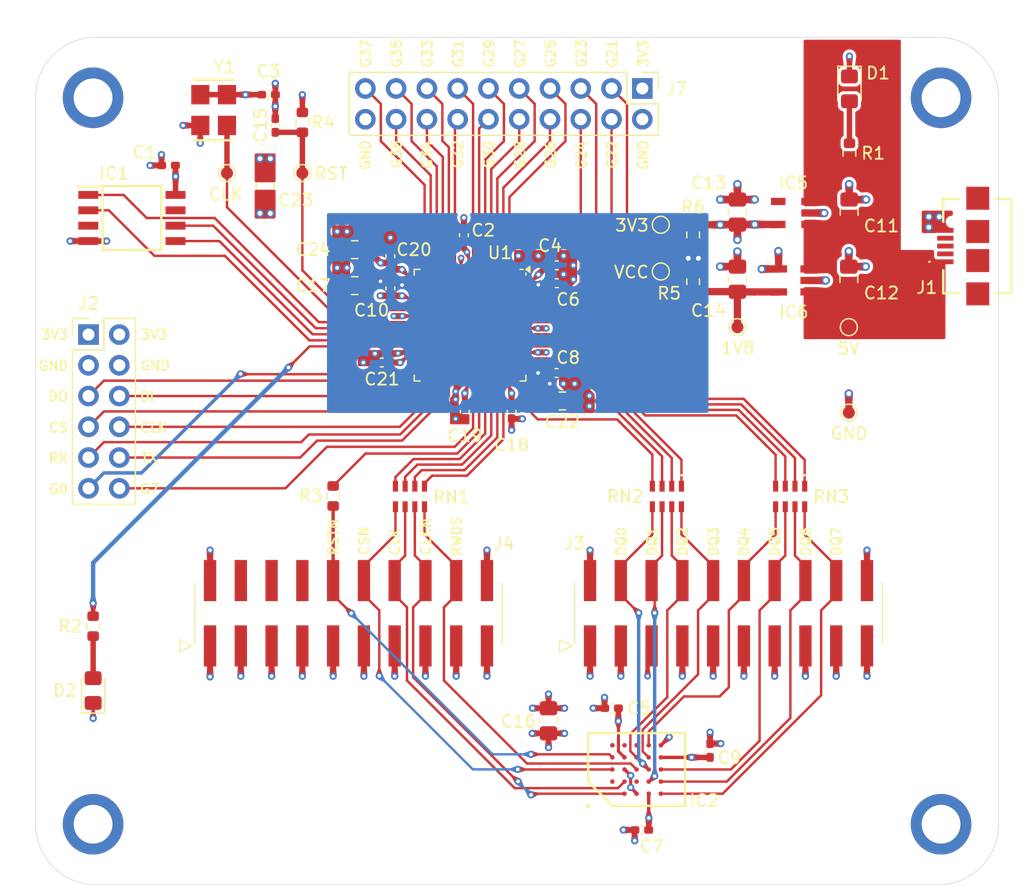
<source format=kicad_pcb>
(kicad_pcb (version 20240108) (generator "pcbnew") (generator_version "8.0")
  (layers (0 "F.Cu" signal) (1 "In1.Cu" power) (2 "In2.Cu" power) (31 "B.Cu" signal) (34 "B.Paste" user) (35 "F.Paste" user) (36 "B.SilkS" user "B.Silkscreen") (37 "F.SilkS" user "F.Silkscreen") (38 "B.Mask" user) (39 "F.Mask" user) (44 "Edge.Cuts" user))
  (net 0 "")
  (net 1 "+3V3")
  (net 2 "GND")
  (net 3 "+1V8")
  (net 4 "+5V")
  (net 5 "/resetb")
  (net 6 "/gpio")
  (net 7 "/flash_csb")
  (net 8 "/flash_io1")
  (net 9 "VCC")
  (net 10 "/flash_io0")
  (net 11 "/flash_clk")
  (net 12 "Net-(D1-A)")
  (net 13 "Net-(D2-A)")
  (net 14 "/hr_csn")
  (net 15 "/hr_rstn")
  (net 17 "/hr_clkn")
  (net 18 "/hr_clk")
  (net 21 "/hr_rwds")
  (net 22 "/hr_dq2")
  (net 24 "/hr_dq1")
  (net 25 "/hr_dq0")
  (net 26 "/hr_dq3")
  (net 27 "/hr_dq4")
  (net 28 "/hr_dq7")
  (net 29 "/hr_dq6")
  (net 30 "/hr_dq5")
  (net 34 "/mgmt_spi_cs")
  (net 35 "/mgmt_spi_di")
  (net 36 "/mgmt_spi_clk")
  (net 37 "/mgmt_spi_do")
  (net 38 "/cvl_hr_rstn")
  (net 39 "/cvl_hr_csn")
  (net 40 "/cvl_hr_clk")
  (net 41 "/cvl_hr_clkn")
  (net 42 "/cvl_hr_rwds")
  (net 43 "/cvl_hr_dq0")
  (net 44 "/cvl_hr_dq1")
  (net 45 "/cvl_hr_dq2")
  (net 46 "/cvl_hr_dq3")
  (net 47 "/cvl_hr_dq4")
  (net 48 "/cvl_hr_dq5")
  (net 49 "/cvl_hr_dq6")
  (net 50 "/cvl_hr_dq7")
  (net 51 "/clock")
  (net 60 "/gpio7")
  (net 61 "/uart_tx")
  (net 62 "/uart_rx")
  (net 63 "/gpio0")
  (net 64 "/gpio31")
  (net 65 "/gpio21")
  (net 66 "/gpio23")
  (net 67 "/gpio29")
  (net 68 "/gpio28")
  (net 69 "/gpio30")
  (net 70 "/gpio24")
  (net 71 "/gpio35")
  (net 72 "/gpio34")
  (net 73 "/gpio32")
  (net 74 "/gpio36")
  (net 75 "/gpio33")
  (net 76 "/gpio22")
  (net 77 "/gpio27")
  (net 78 "/gpio26")
  (net 79 "/gpio37")
  (net 80 "/gpio25")
  (footprint "Capacitor_SMD:C_0402_1005Metric_Pad0.74x0.62mm_HandSolder" (layer "F.Cu") (at 151.0792 96.1644 180)
    (property "Reference" "C21")
    (property "Value" "100n")
  )
  (footprint "Resistor_SMD:R_0603_1608Metric" (layer "F.Cu") (at 127.254 117.9367 -90)
    (property "Reference" "R2")
    (property "Value" "220")
  )
  (footprint "Capacitor_SMD:C_0402_1005Metric_Pad0.74x0.62mm_HandSolder" (layer "F.Cu") (at 142.2908 76.581 90)
    (property "Reference" "C15")
    (property "Value" "100n")
  )
  (footprint "Capacitor_SMD:C_0402_1005Metric_Pad0.74x0.62mm_HandSolder" (layer "F.Cu") (at 133.477 79.883 180)
    (property "Reference" "C1")
    (property "Value" "100n")
  )
  (footprint "LED_SMD:LED_0805_2012Metric_Pad1.15x1.40mm_HandSolder" (layer "F.Cu") (at 189.6872 73.5584 -90)
    (property "Reference" "D1")
    (property "Value" "LED")
  )
  (footprint "Connector_PinHeader_2.54mm:PinHeader_2x06_P2.54mm_Vertical" (layer "F.Cu") (at 126.873 93.853)
    (property "Reference" "J2")
    (property "Value" "Conn_02x06_Odd_Even")
  )
  (footprint "TestPoint:TestPoint_Pad_D1.0mm" (layer "F.Cu") (at 138.303 80.518 -90)
    (property "Reference" "TP2" (hide yes))
    (property "Value" "CLK")
  )
  (footprint "Capacitor_SMD:C_0805_2012Metric_Pad1.18x1.45mm_HandSolder" (layer "F.Cu") (at 189.6364 89.281 90)
    (property "Reference" "C12")
    (property "Value" "1u 16v")
  )
  (footprint "Capacitor_SMD:C_0402_1005Metric_Pad0.74x0.62mm_HandSolder" (layer "F.Cu") (at 172.5422 134.7724 180)
    (property "Reference" "C7")
    (property "Value" "100n")
  )
  (footprint "Resistor_SMD:R_0603_1608Metric" (layer "F.Cu") (at 147.066 107.188 -90)
    (property "Reference" "R3")
    (property "Value" "R")
  )
  (footprint "Capacitor_SMD:C_0402_1005Metric_Pad0.74x0.62mm_HandSolder" (layer "F.Cu") (at 170.053 124.714 180)
    (property "Reference" "C5")
    (property "Value" "100n")
  )
  (footprint "Capacitor_SMD:C_0805_2012Metric_Pad1.18x1.45mm_HandSolder" (layer "F.Cu") (at 148.844 86.8426 180)
    (property "Reference" "C24")
    (property "Value" "22u 25v")
  )
  (footprint "Resistor_SMD:R_0603_1608Metric" (layer "F.Cu") (at 176.784 89.4842 -90)
    (property "Reference" "R5")
    (property "Value" "0")
  )
  (footprint "Capacitor_SMD:C_0805_2012Metric_Pad1.18x1.45mm_HandSolder" (layer "F.Cu") (at 164.846 125.7554 90)
    (property "Reference" "C16")
    (property "Value" "1u 16v")
  )
  (footprint "hyperram_asic_qfn:SOT95P270X145-5N" (layer "F.Cu") (at 185.0898 89.3826 180)
    (property "Reference" "IC6")
    (property "Value" "MCP1824T-1802E_OT" (hide yes))
  )
  (footprint "hyperram_asic_qfn:1156915" (layer "F.Cu") (at 179.705 116.873 180)
    (property "Reference" "J3")
    (property "Value" "1156915" (hide yes))
  )
  (footprint "hyperram_asic_qfn:CAY16000J4LF" (layer "F.Cu") (at 174.6188 107.227 180)
    (property "Reference" "RN2")
    (property "Value" "CAY16-22R0F4LF" (hide yes))
  )
  (footprint "Resistor_SMD:R_0603_1608Metric" (layer "F.Cu") (at 144.526 76.327 90)
    (property "Reference" "R4")
    (property "Value" "2k2")
  )
  (footprint "hyperram_asic_qfn:SOT95P280X145-5N" (layer "F.Cu") (at 185.059 83.8098 180)
    (property "Reference" "IC5")
    (property "Value" "LP5907MFX-3.3_NOPB" (hide yes))
  )
  (footprint "hyperram_asic_qfn:CAY16000J4LF" (layer "F.Cu") (at 153.4096 107.227 180)
    (property "Reference" "RN1")
    (property "Value" "CAY16-22R0F4LF" (hide yes))
  )
  (footprint "Connector_PinHeader_2.54mm:PinHeader_2x10_P2.54mm_Vertical" (layer "F.Cu") (at 172.588 73.528 -90)
    (property "Reference" "J7")
    (property "Value" "Conn_02x10_Odd_Even")
  )
  (footprint "TestPoint:TestPoint_Pad_D1.0mm" (layer "F.Cu") (at 174.117 84.7852 -90)
    (property "Reference" "TP3" (hide yes))
    (property "Value" "3V3")
  )
  (footprint "LED_SMD:LED_0805_2012Metric_Pad1.15x1.40mm_HandSolder" (layer "F.Cu") (at 127.254 123.2585 90)
    (property "Reference" "D2")
    (property "Value" "LED")
  )
  (footprint "hyperram_asic_qfn:BGA24C100P5X5_600X800X100" (layer "F.Cu") (at 172.117 129.778 90)
    (property "Reference" "IC2")
    (property "Value" "S27KL0641DABHI020" (hide yes))
  )
  (footprint "TestPoint:TestPoint_Pad_D1.0mm" (layer "F.Cu") (at 144.526 80.518 -90)
    (property "Reference" "TP5" (hide yes))
    (property "Value" "TestPoint")
  )
  (footprint "Capacitor_SMD:C_0805_2012Metric_Pad1.18x1.45mm_HandSolder" (layer "F.Cu") (at 180.4416 83.7375 90)
    (property "Reference" "C13")
    (property "Value" "4u7 16v")
  )
  (footprint "TestPoint:TestPoint_Pad_D1.0mm" (layer "F.Cu") (at 189.6364 100.3046 -90)
    (property "Reference" "TP6" (hide yes))
    (property "Value" "GND")
  )
  (footprint "Capacitor_SMD:C_0805_2012Metric_Pad1.18x1.45mm_HandSolder" (layer "F.Cu") (at 189.6618 83.7375 90)
    (property "Reference" "C11")
    (property "Value" "1u 16v")
  )
  (footprint "Capacitor_SMD:C_0402_1005Metric_Pad0.74x0.62mm_HandSolder" (layer "F.Cu") (at 165.5318 88.138)
    (property "Reference" "C4")
    (property "Value" "100n")
  )
  (footprint "TestPoint:TestPoint_Pad_D1.0mm" (layer "F.Cu") (at 180.4416 93.2434 -90)
    (property "Reference" "TP4" (hide yes))
    (property "Value" "1V8" (hide yes))
  )
  (footprint "Capacitor_SMD:C_0805_2012Metric_Pad1.18x1.45mm_HandSolder" (layer "F.Cu") (at 165.989 99.3394)
    (property "Reference" "C22")
    (property "Value" "22u 25v")
  )
  (footprint "Capacitor_SMD:C_0805_2012Metric_Pad1.18x1.45mm_HandSolder" (layer "F.Cu") (at 141.4526 81.5848 90)
    (property "Reference" "C23")
    (property "Value" "1u 16v")
  )
  (footprint "hyperram_asic_qfn:1156915" (layer "F.Cu") (at 148.336 116.873 180)
    (property "Reference" "J4")
    (property "Value" "1156915" (hide yes))
  )
  (footprint "hyperram_asic_qfn:UJ2MIBHGSMTTR" (layer "F.Cu") (at 200.244 86.544 90)
    (property "Reference" "J1")
    (property "Value" "USB_B_Micro" (hide yes))
  )
  (footprint "Capacitor_SMD:C_0402_1005Metric_Pad0.74x0.62mm_HandSolder" (layer "F.Cu") (at 157.861 85.6488 90)
    (property "Reference" "C2")
    (property "Value" "100n")
  )
  (footprint "hyperram_asic_qfn:CAY16000J4LF" (layer "F.Cu") (at 184.7914 107.227 180)
    (property "Reference" "RN3")
    (property "Value" "CAY16-22R0F4LF" (hide yes))
  )
  (footprint "TestPoint:TestPoint_Pad_D1.0mm" (layer "F.Cu") (at 174.117 88.646)
    (property "Reference" "TP7" (hide yes))
    (property "Value" "VCC")
  )
  (footprint "Capacitor_SMD:C_0805_2012Metric_Pad1.18x1.45mm_HandSolder" (layer "F.Cu") (at 148.8479 89.8144 180)
    (property "Reference" "C17")
    (property "Value" "1u 16v")
  )
  (footprint "Resistor_SMD:R_0603_1608Metric" (layer "F.Cu") (at 189.6872 78.8802 90)
    (property "Reference" "R1")
    (property "Value" "220")
  )
  (footprint "Capacitor_SMD:C_0805_2012Metric_Pad1.18x1.45mm_HandSolder" (layer "F.Cu") (at 180.4416 89.281 90)
    (property "Reference" "C14")
    (property "Value" "4u7 16v")
  )
  (footprint "Capacitor_SMD:C_0402_1005Metric_Pad0.74x0.62mm_HandSolder" (layer "F.Cu") (at 161.798 100.2284 -90)
    (property "Reference" "C18")
    (property "Value" "100n")
  )
  (footprint "Capacitor_SMD:C_0402_1005Metric_Pad0.74x0.62mm_HandSolder" (layer "F.Cu") (at 165.5064 97.028)
    (property "Reference" "C8")
    (property "Value" "100n")
  )
  (footprint "hyperram_asic_qfn:SG5032CAN20000000MTJGA3" (layer "F.Cu") (at 137.203 75.311 -90)
    (property "Reference" "Y1")
    (property "Value" "SG5032CAN_20.000000M-TJGA3" (hide yes))
  )
  (footprint "Capacitor_SMD:C_0402_1005Metric_Pad0.74x0.62mm_HandSolder" (layer "F.Cu") (at 157.9372 100.2284 -90)
    (property "Reference" "C19")
    (property "Value" "100n")
  )
  (footprint "Capacitor_SMD:C_0402_1005Metric_Pad0.74x0.62mm_HandSolder" (layer "F.Cu") (at 165.5318 89.6112)
    (property "Reference" "C6")
    (property "Value" "100n")
  )
  (footprint "Capacitor_SMD:C_0402_1005Metric_Pad0.74x0.62mm_HandSolder" (layer "F.Cu") (at 141.732 74.041)
    (property "Reference" "C3")
    (property "Value" "100n")
  )
  (footprint "TestPoint:TestPoint_Pad_D1.0mm" (layer "F.Cu") (at 189.6364 93.2434 -90)
    (property "Reference" "TP1" (hide yes))
    (property "Value" "5V")
  )
  (footprint "Package_DFN_QFN:QFN-64-1EP_9x9mm_P0.5mm_EP7.65x7.65mm" (layer "F.Cu") (at 158.369 93.0806 -90)
    (property "Reference" "U1")
    (property "Value" "CARAVEL_QFN")
  )
  (footprint "Capacitor_SMD:C_0402_1005Metric_Pad0.74x0.62mm_HandSolder" (layer "F.Cu") (at 151.7904 90.0263 -90)
    (property "Reference" "C10")
    (property "Value" "100n")
  )
  (footprint "Resistor_SMD:R_0603_1608Metric" (layer "F.Cu") (at 176.784 85.6234 90)
    (property "Reference" "R6")
    (property "Value" "NC")
  )
  (footprint "Capacitor_SMD:C_0402_1005Metric_Pad0.74x0.62mm_HandSolder" (layer "F.Cu") (at 151.7904 87.376 90)
    (property "Reference" "C20")
    (property "Value" "100n")
  )
  (footprint "hyperram_asic_qfn:SOIC127P790X216-8N" (layer "F.Cu") (at 130.4544 84.2264)
    (property "Reference" "IC1")
    (property "Value" "W25Q32JVSSIQ_TR" (hide yes))
  )
  (footprint "Capacitor_SMD:C_0402_1005Metric_Pad0.74x0.62mm_HandSolder" (layer "F.Cu") (at 178.181 128.2105 90)
    (property "Reference" "C9")
    (property "Value" "100n")
  )
  (gr_arc (start 202 134.3) (mid 200.535534 137.835534) (end 197 139.3) (stroke (width 0.05)) (layer "Edge.Cuts"))
  (gr_arc (start 127.5 139.3) (mid 123.964466 137.835534) (end 122.5 134.3) (stroke (width 0.05)) (layer "Edge.Cuts"))
  (gr_arc (start 122.5 74.3) (mid 123.964466 70.764466) (end 127.5 69.3) (stroke (width 0.05)) (layer "Edge.Cuts"))
  (gr_line (start 122.5 74.3) (end 122.5 134.3) (stroke (width 0.05)) (layer "Edge.Cuts"))
  (gr_arc (start 197 69.3) (mid 200.535534 70.764466) (end 202 74.3) (stroke (width 0.05)) (layer "Edge.Cuts"))
  (gr_line (start 197 139.3) (end 127.5 139.3) (stroke (width 0.05)) (layer "Edge.Cuts"))
  (gr_line (start 202 134.3) (end 202 74.3) (stroke (width 0.05)) (layer "Edge.Cuts"))
  (gr_line (start 127.5 69.3) (end 197 69.3) (stroke (width 0.05)) (layer "Edge.Cuts"))
  (gr_text "TX" (at 131.1148 104.521 0) (layer "F.SilkS") (effects (font (size 0.8 0.8)) (justify left bottom)))
  (gr_text "VCC" (at 170.1546 89.281 0) (layer "F.SilkS") (effects (font (size 1 1)) (justify left bottom)))
  (gr_text "G25" (at 165.5064 71.9074 90) (layer "F.SilkS") (effects (font (size 0.8 0.8)) (justify left bottom)))
  (gr_text "G34" (at 155.2956 80.264 90) (layer "F.SilkS") (effects (font (size 0.8 0.8)) (justify left bottom)))
  (gr_text "5V" (at 188.6204 95.5802 0) (layer "F.SilkS") (effects (font (size 1 1)) (justify left bottom)))
  (gr_text "DQ1" (at 173.863 112.2426 90) (layer "F.SilkS") (effects (font (size 0.8 0.8)) (justify left bottom)))
  (gr_text "1V8" (at 178.9938 95.5548 0) (layer "F.SilkS") (effects (font (size 1 1)) (justify left bottom)))
  (gr_text "GND" (at 150.2156 80.3402 90) (layer "F.SilkS") (effects (font (size 0.8 0.8)) (justify left bottom)))
  (gr_text "RSTN" (at 147.574 112.1918 90) (layer "F.SilkS") (effects (font (size 0.8 0.8)) (justify left bottom)))
  (gr_text "GND" (at 173.1264 80.3402 90) (layer "F.SilkS") (effects (font (size 0.8 0.8)) (justify left bottom)))
  (gr_text "RWDS" (at 157.734 112.2426 90) (layer "F.SilkS") (effects (font (size 0.8 0.8)) (justify left bottom)))
  (gr_text "3V3" (at 170.2562 85.4202 0) (layer "F.SilkS") (effects (font (size 1 1)) (justify left bottom)))
  (gr_text "3V3" (at 131.0894 94.3356 0) (layer "F.SilkS") (effects (font (size 0.8 0.8)) (justify left bottom)))
  (gr_text "CLK" (at 131.0386 102.0064 0) (layer "F.SilkS") (effects (font (size 0.8 0.8)) (justify left bottom)))
  (gr_text "GND" (at 188.0362 102.616 0) (layer "F.SilkS") (effects (font (size 1 1)) (justify left bottom)))
  (gr_text "RX" (at 123.4948 104.521 0) (layer "F.SilkS") (effects (font (size 0.8 0.8)) (justify left bottom)))
  (gr_text "G37" (at 150.241 71.9074 90) (layer "F.SilkS") (effects (font (size 0.8 0.8)) (justify left bottom)))
  (gr_text "G35" (at 152.781 71.9074 90) (layer "F.SilkS") (effects (font (size 0.8 0.8)) (justify left bottom)))
  (gr_text "DQ5" (at 183.9976 112.2426 90) (layer "F.SilkS") (effects (font (size 0.8 0.8)) (justify left bottom)))
  (gr_text "DQ3" (at 178.943 112.2426 90) (layer "F.SilkS") (effects (font (size 0.8 0.8)) (justify left bottom)))
  (gr_text "RST" (at 145.4404 81.153 0) (layer "F.SilkS") (effects (font (size 1 1)) (justify left bottom)))
  (gr_text "G7" (at 131.0386 107.0864 0) (layer "F.SilkS") (effects (font (size 0.8 0.8)) (justify left bottom)))
  (gr_text "G21" (at 170.5864 71.9074 90) (layer "F.SilkS") (effects (font (size 0.8 0.8)) (justify left bottom)))
  (gr_text "CLK" (at 136.7028 82.8548 0) (layer "F.SilkS") (effects (font (size 1 1)) (justify left bottom)))
  (gr_text "3V3" (at 173.1264 71.8566 90) (layer "F.SilkS") (effects (font (size 0.8 0.8)) (justify left bottom)))
  (gr_text "GND" (at 131.064 96.901 0) (layer "F.SilkS") (effects (font (size 0.8 0.8)) (justify left bottom)))
  (gr_text "DQ6" (at 186.563 112.2426 90) (layer "F.SilkS") (effects (font (size 0.8 0.8)) (justify left bottom)))
  (gr_text "G36" (at 152.781 80.2132 90) (layer "F.SilkS") (effects (font (size 0.8 0.8)) (justify left bottom)))
  (gr_text "G29" (at 160.4264 71.9074 90) (layer "F.SilkS") (effects (font (size 0.8 0.8)) (justify left bottom)))
  (gr_text "DO" (at 123.444 99.441 0) (layer "F.SilkS") (effects (font (size 0.8 0.8)) (justify left bottom)))
  (gr_text "CSN" (at 150.0886 112.1918 90) (layer "F.SilkS") (effects (font (size 0.8 0.8)) (justify left bottom)))
  (gr_text "G22" (at 170.561 80.2386 90) (layer "F.SilkS") (effects (font (size 0.8 0.8)) (justify left bottom)))
  (gr_text "G27" (at 162.9664 71.9074 90) (layer "F.SilkS") (effects (font (size 0.8 0.8)) (justify left bottom)))
  (gr_text "G24" (at 168.0464 80.2894 90) (layer "F.SilkS") (effects (font (size 0.8 0.8)) (justify left bottom)))
  (gr_text "G33" (at 155.321 71.9074 90) (layer "F.SilkS") (effects (font (size 0.8 0.8)) (justify left bottom)))
  (gr_text "CLK" (at 152.6286 112.1918 90) (layer "F.SilkS") (effects (font (size 0.8 0.8)) (justify left bottom)))
  (gr_text "G31" (at 157.861 71.9074 90) (layer "F.SilkS") (effects (font (size 0.8 0.8)) (justify left bottom)))
  (gr_text "DI" (at 131.0132 99.441 0) (layer "F.SilkS") (effects (font (size 0.8 0.8)) (justify left bottom)))
  (gr_text "DQ2" (at 176.3776 112.2426 90) (layer "F.SilkS") (effects (font (size 0.8 0.8)) (justify left bottom)))
  (gr_text "DQ4" (at 181.4576 112.2426 90) (layer "F.SilkS") (effects (font (size 0.8 0.8)) (justify left bottom)))
  (gr_text "CLKN" (at 155.194 112.1918 90) (layer "F.SilkS") (effects (font (size 0.8 0.8)) (justify left bottom)))
  (gr_text "G0" (at 123.5202 107.0864 0) (layer "F.SilkS") (effects (font (size 0.8 0.8)) (justify left bottom)))
  (gr_text "CS" (at 123.5202 102.0064 0) (layer "F.SilkS") (effects (font (size 0.8 0.8)) (justify left bottom)))
  (gr_text "G23" (at 168.0464 71.9074 90) (layer "F.SilkS") (effects (font (size 0.8 0.8)) (justify left bottom)))
  (gr_text "G26" (at 165.481 80.2386 90) (layer "F.SilkS") (effects (font (size 0.8 0.8)) (justify left bottom)))
  (gr_text "3V3" (at 122.8852 94.3356 0) (layer "F.SilkS") (effects (font (size 0.8 0.8)) (justify left bottom)))
  (gr_text "G32" (at 157.861 80.2386 90) (layer "F.SilkS") (effects (font (size 0.8 0.8)) (justify left bottom)))
  (gr_text "GND" (at 122.6566 96.901 0) (layer "F.SilkS") (effects (font (size 0.8 0.8)) (justify left bottom)))
  (gr_text "DQ0" (at 171.323 112.2426 90) (layer "F.SilkS") (effects (font (size 0.8 0.8)) (justify left bottom)))
  (gr_text "G30" (at 160.401 80.2386 90) (layer "F.SilkS") (effects (font (size 0.8 0.8)) (justify left bottom)))
  (gr_text "G28" (at 162.9664 80.2386 90) (layer "F.SilkS") (effects (font (size 0.8 0.8)) (justify left bottom)))
  (gr_text "DQ7" (at 189.0776 112.2426 90) (layer "F.SilkS") (effects (font (size 0.8 0.8)) (justify left bottom)))
  (segment (start 134.0612 80.7974) (end 134.0612 82.3146) (width 0.45) (layer "F.Cu") (net 1))
  (segment (start 170.6205 125.7721) (end 170.6118 125.7808) (width 0.25) (layer "F.Cu") (net 1))
  (segment (start 152.7556 88.4936) (end 152.3405 88.4936) (width 0.5) (layer "F.Cu") (net 1))
  (segment (start 170.6205 128.2815) (end 171.117 128.778) (width 0.25) (layer "F.Cu") (net 1))
  (segment (start 152.937 95.8306) (end 152.6032 96.1644) (width 0.2) (layer "F.Cu") (net 1))
  (segment (start 181.864 84.7598) (end 180.4568 84.7598) (width 0.6) (layer "F.Cu") (net 1))
  (segment (start 170.6205 125.7895) (end 170.6205 128.2815) (width 0.25) (layer "F.Cu") (net 1))
  (segment (start 180.4416 84.775) (end 179.0294 84.775) (width 0.6) (layer "F.Cu") (net 1))
  (segment (start 151.7817 87.9348) (end 151.7904 87.9435) (width 0.5) (layer "F.Cu") (net 1))
  (segment (start 158.242 87.1728) (end 158.115 87.0458) (width 0.2) (layer "F.Cu") (net 1))
  (segment (start 158.119 87.9308) (end 158.242 87.8078) (width 0.2) (layer "F.Cu") (net 1))
  (segment (start 173.117 133.7724) (end 173.1264 133.7818) (width 0.28) (layer "F.Cu") (net 1))
  (segment (start 174.1302 84.7984) (end 174.117 84.7852) (width 0.6) (layer "F.Cu") (net 1))
  (segment (start 180.4416 84.775) (end 180.4416 86.0298) (width 0.6) (layer "F.Cu") (net 1))
  (segment (start 170.6118 124.7227) (end 170.6205 124.714) (width 0.45) (layer "F.Cu") (net 1))
  (segment (start 173.117 131.778) (end 173.117 133.7724) (width 0.28) (layer "F.Cu") (net 1))
  (segment (start 180.4568 84.7598) (end 180.4416 84.775) (width 0.6) (layer "F.Cu") (net 1))
  (segment (start 139.827 74.041) (end 141.1645 74.041) (width 0.45) (layer "F.Cu") (net 1))
  (segment (start 163.5772 89.3306) (end 164.0078 88.9) (width 0.2) (layer "F.Cu") (net 1))
  (segment (start 161.619 98.5254) (end 161.798 98.7044) (width 0.2) (layer "F.Cu") (net 1))
  (segment (start 166.1629 126.7929) (end 166.1668 126.7968) (width 0.45) (layer "F.Cu") (net 1))
  (segment (start 153.919 89.3306) (end 153.5926 89.3306) (width 0.2) (layer "F.Cu") (net 1))
  (segment (start 134.0445 79.883) (end 134.0445 80.7807) (width 0.45) (layer "F.Cu") (net 1))
  (segment (start 158.119 97.5306) (end 158.119 98.5226) (width 0.2) (layer "F.Cu") (net 1))
  (segment (start 138.303 74.041) (end 139.827 74.041) (width 0.45) (layer "F.Cu") (net 1))
  (segment (start 164.7698 88.138) (end 164.0078 88.9) (width 0.45) (layer "F.Cu") (net 1))
  (segment (start 158.242 87.8078) (end 158.242 87.1728) (width 0.2) (layer "F.Cu") (net 1))
  (segment (start 176.7972 84.7852) (end 176.784 84.7984) (width 0.6) (layer "F.Cu") (net 1))
  (segment (start 173.1264 133.7818) (end 173.117 133.7912) (width 0.25) (layer "F.Cu") (net 1))
  (segment (start 163.5037 126.7929) (end 163.4998 126.7968) (width 0.45) (layer "F.Cu") (net 1))
  (segment (start 164.9643 88.138) (end 164.7698 88.138) (width 0.45) (layer "F.Cu") (net 1))
  (segment (start 158.119 98.5226) (end 157.9372 98.7044) (width 0.2) (layer "F.Cu") (net 1))
  (segment (start 176.784 84.7984) (end 174.1302 84.7984) (width 0.6) (layer "F.Cu") (net 1))
  (segment (start 173.1264 133.7818) (end 173.1264 134.7557) (width 0.45) (layer "F.Cu") (net 1))
  (segment (start 161.798 98.7044) (end 161.798 99.6609) (width 0.45) (layer "F.Cu") (net 1))
  (segment (start 183.809 84.7598) (end 181.864 84.7598) (width 0.6) (layer "F.Cu") (net 1))
  (segment (start 170.6118 125.7808) (end 170.6118 124.7227) (width 0.45) (layer "F.Cu") (net 1))
  (segment (start 176.657 128.778) (end 178.181 128.778) (width 0.45) (layer "F.Cu") (net 1))
  (segment (start 164.846 126.7929) (end 164.846 127.9652) (width 0.45) (layer "F.Cu") (net 1))
  (segment (start 153.919 95.8306) (end 152.937 95.8306) (width 0.2) (layer "F.Cu") (net 1))
  (segment (start 152.3405 88.4936) (end 151.7904 87.9435) (width 0.5) (layer "F.Cu") (net 1))
  (segment (start 144.526 74.041) (end 144.526 75.502) (width 0.45) (layer "F.Cu") (net 1))
  (segment (start 158.119 88.6306) (end 158.119 87.9308) (width 0.2) (layer "F.Cu") (net 1))
  (segment (start 157.861 86.7918) (end 158.115 87.0458) (width 0.45) (layer "F.Cu") (net 1))
  (segment (start 151.6467 96.1644) (end 152.6032 96.1644) (width 0.45) (layer "F.Cu") (net 1))
  (segment (start 174.117 128.778) (end 176.657 128.778) (width 0.28) (layer "F.Cu") (net 1))
  (segment (start 173.1264 134.7557) (end 173.1097 134.7724) (width 0.45) (layer "F.Cu") (net 1))
  (segment (start 162.819 89.3306) (end 163.5772 89.3306) (width 0.2) (layer "F.Cu") (net 1))
  (segment (start 179.0192 84.7852) (end 176.7972 84.7852) (width 0.6) (layer "F.Cu") (net 1))
  (segment (start 157.9372 98.7044) (end 157.9372 99.6609) (width 0.45) (layer "F.Cu") (net 1))
  (segment (start 134.0612 82.3146) (end 134.0544 82.3214) (width 0.45) (layer "F.Cu") (net 1))
  (segment (start 153.5926 89.3306) (end 152.7556 88.4936) (width 0.2) (layer "F.Cu") (net 1))
  (segment (start 157.861 86.2163) (end 157.861 86.7918) (width 0.45) (layer "F.Cu") (net 1))
  (segment (start 164.846 126.7929) (end 163.5037 126.7929) (width 0.45) (layer "F.Cu") (net 1))
  (segment (start 134.0445 80.7807) (end 134.0612 80.7974) (width 0.45) (layer "F.Cu") (net 1))
  (segment (start 136.103 74.041) (end 138.303 74.041) (width 0.45) (layer "F.Cu") (net 1))
  (segment (start 150.9776 87.9348) (end 151.7817 87.9348) (width 0.5) (layer "F.Cu") (net 1))
  (segment (start 161.619 97.5306) (end 161.619 98.5254) (width 0.2) (layer "F.Cu") (net 1))
  (segment (start 164.846 126.7929) (end 166.1629 126.7929) (width 0.45) (layer "F.Cu") (net 1))
  (segment (start 179.0294 84.775) (end 179.0192 84.7852) (width 0.6) (layer "F.Cu") (net 1))
  (segment (start 149.8854 86.8426) (end 150.9776 87.9348) (width 0.5) (layer "F.Cu") (net 1))
  (segment (start 149.8815 86.8426) (end 149.8854 86.8426) (width 0.5) (layer "F.Cu") (net 1))
  (segment (start 170.6118 125.7808) (end 170.6205 125.7895) (width 0.25) (layer "F.Cu") (net 1))
  (via (at 161.798 98.7044) (size 0.6) (drill 0.3) (layers "F.Cu" "B.Cu") (net 1))
  (via (at 163.4998 126.7968) (size 0.6) (drill 0.3) (layers "F.Cu" "B.Cu") (net 1))
  (via (at 166.1668 126.7968) (size 0.6) (drill 0.3) (layers "F.Cu" "B.Cu") (net 1))
  (via (at 152.6032 96.1644) (size 0.6) (drill 0.3) (layers "F.Cu" "B.Cu") (net 1))
  (via (at 158.115 87.0458) (size 0.55) (drill 0.25) (layers "F.Cu" "B.Cu") (net 1))
  (via (at 179.0192 84.7852) (size 0.7) (drill 0.4) (layers "F.Cu" "B.Cu") (net 1))
  (via (at 170.6118 125.7808) (size 0.6) (drill 0.3) (layers "F.Cu" "B.Cu") (net 1))
  (via (at 157.9372 98.7044) (size 0.6) (drill 0.3) (layers "F.Cu" "B.Cu") (net 1))
  (via (at 164.0078 88.9) (size 0.6) (drill 0.3) (layers "F.Cu" "B.Cu") (net 1))
  (via (at 176.657 128.778) (size 0.6) (drill 0.3) (layers "F.Cu" "B.Cu") (net 1))
  (via (at 150.9776 87.9348) (size 0.6) (drill 0.3) (layers "F.Cu" "B.Cu") (net 1))
  (via (at 181.864 84.7598) (size 0.7) (drill 0.4) (layers "F.Cu" "B.Cu") (net 1))
  (via (at 141.0208 83.8454) (size 0.7) (drill 0.4) (layers "F.Cu" "B.Cu") (net 1))
  (via (at 152.7556 88.4936) (size 0.6) (drill 0.3) (layers "F.Cu" "B.Cu") (net 1))
  (via (at 139.827 74.041) (size 0.6) (drill 0.3) (layers "F.Cu" "B.Cu") (net 1))
  (via (at 141.8844 83.8454) (size 0.7) (drill 0.4) (layers "F.Cu" "B.Cu") (net 1))
  (via (at 134.0612 80.7974) (size 0.6) (drill 0.3) (layers "F.Cu" "B.Cu") (net 1))
  (via (at 144.526 74.041) (size 0.6) (drill 0.3) (layers "F.Cu" "B.Cu") (net 1))
  (via (at 164.846 127.9652) (size 0.6) (drill 0.3) (layers "F.Cu" "B.Cu") (net 1))
  (via (at 173.1264 133.7818) (size 0.6) (drill 0.3) (layers "F.Cu" "B.Cu") (net 1))
  (via (at 180.4416 86.0298) (size 0.7) (drill 0.4) (layers "F.Cu" "B.Cu") (net 1))
  (segment (start 168.275 111.6584) (end 168.275 114.173) (width 0.5) (layer "F.Cu") (net 2))
  (segment (start 186.309 83.8098) (end 187.5942 83.8098) (width 0.6) (layer "F.Cu") (net 2))
  (segment (start 191.0564 82.7) (end 191.0588 82.7024) (width 0.6) (layer "F.Cu") (net 2))
  (segment (start 157.619 88.6306) (end 157.619 92.3306) (width 0.2) (layer "F.Cu") (net 2))
  (segment (start 191.0295 88.2435) (end 191.0334 88.2396) (width 0.6) (layer "F.Cu") (net 2))
  (segment (start 186.3398 89.3826) (end 187.7314 89.3826) (width 0.6) (layer "F.Cu") (net 2))
  (segment (start 166.0652 97.0367) (end 166.0739 97.028) (width 0.45) (layer "F.Cu") (net 2))
  (segment (start 151.7316 90.6526) (end 151.7904 90.5938) (width 0.5) (layer "F.Cu") (net 2))
  (segment (start 188.595 122.0724) (end 188.595 119.573) (width 0.5) (layer "F.Cu") (net 2))
  (segment (start 186.055 122.0724) (end 186.055 119.573) (width 0.5) (layer "F.Cu") (net 2))
  (segment (start 173.0248 122.0724) (end 173.0248 119.9032) (width 0.36) (layer "F.Cu") (net 2))
  (segment (start 162.819 93.3306) (end 163.9426 93.3306) (width 0.2) (layer "F.Cu") (net 2))
  (segment (start 166.0652 97.917) (end 166.0652 97.0367) (width 0.45) (layer "F.Cu") (net 2))
  (segment (start 163.9018 95.3306) (end 163.9062 95.3262) (width 0.2) (layer "F.Cu") (net 2))
  (segment (start 171.6278 130.2766) (end 171.6278 131.2672) (width 0.25) (layer "F.Cu") (net 2))
  (segment (start 180.4416 82.7) (end 179.0216 82.7) (width 0.6) (layer "F.Cu") (net 2))
  (segment (start 153.919 90.8306) (end 152.9336 90.8306) (width 0.2) (layer "F.Cu") (net 2))
  (segment (start 157.619 88.6306) (end 157.619 87.5418) (width 0.2) (layer "F.Cu") (net 2))
  (segment (start 172.117 131.778) (end 172.117 131.7564) (width 0.28) (layer "F.Cu") (net 2))
  (segment (start 171.0182 134.7724) (end 171.9747 134.7724) (width 0.45) (layer "F.Cu") (net 2))
  (segment (start 189.6872 72.5334) (end 189.6872 70.866) (width 0.45) (layer "F.Cu") (net 2))
  (segment (start 132.9095 79.0107) (end 132.8928 78.994) (width 0.45) (layer "F.Cu") (net 2))
  (segment (start 189.6618 82.7) (end 191.0564 82.7) (width 0.6) (layer "F.Cu") (net 2))
  (segment (start 191.135 122.0724) (end 191.135 119.573) (width 0.5) (layer "F.Cu") (net 2))
  (segment (start 125.349 86.1314) (end 126.8544 86.1314) (width 0.45) (layer "F.Cu") (net 2))
  (segment (start 162.819 93.3306) (end 158.619 93.3306) (width 0.2) (layer "F.Cu") (net 2))
  (segment (start 160.619 95.3306) (end 158.369 93.0806) (width 0.2) (layer "F.Cu") (net 2))
  (segment (start 163.5291 124.7179) (end 163.5252 124.714) (width 0.45) (layer "F.Cu") (net 2))
  (segment (start 153.919 90.8306) (end 156.119 90.8306) (width 0.2) (layer "F.Cu") (net 2))
  (segment (start 142.2995 74.9975) (end 142.2908 75.0062) (width 0.45) (layer "F.Cu") (net 2))
  (segment (start 136.0932 78.0542) (end 136.0932 76.5908) (width 0.45) (layer "F.Cu") (net 2))
  (segment (start 172.117 131.7564) (end 171.6278 131.2672) (width 0.28) (layer "F.Cu") (net 2))
  (segment (start 180.4416 88.2435) (end 180.4416 86.995) (width 0.6) (layer "F.Cu") (net 2))
  (segment (start 158.619 93.3306) (end 158.369 93.0806) (width 0.2) (layer "F.Cu") (net 2))
  (segment (start 171.958 134.7891) (end 171.9747 134.7724) (width 0.45) (layer "F.Cu") (net 2))
  (segment (start 179.07 127.635) (end 178.189 127.635) (width 0.45) (layer "F.Cu") (net 2))
  (segment (start 164.846 124.7179) (end 163.5291 124.7179) (width 0.45) (layer "F.Cu") (net 2))
  (segment (start 169.4688 123.825) (end 169.4688 124.6973) (width 0.45) (layer "F.Cu") (net 2))
  (segment (start 144.526 122.0724) (end 144.526 119.573) (width 0.5) (layer "F.Cu") (net 2))
  (segment (start 189.6618 82.7) (end 189.6618 81.4324) (width 0.6) (layer "F.Cu") (net 2))
  (segment (start 139.446 122.0724) (end 139.446 119.573) (width 0.5) (layer "F.Cu") (net 2))
  (segment (start 169.4688 124.6973) (end 169.4855 124.714) (width 0.45) (layer "F.Cu") (net 2))
  (segment (start 152.9336 90.8306) (end 152.7556 90.6526) (width 0.2) (layer "F.Cu") (net 2))
  (segment (start 136.906 111.6584) (end 136.906 114.173) (width 0.5) (layer "F.Cu") (net 2))
  (segment (start 173.0248 119.9032) (end 173.355 119.573) (width 0.36) (layer "F.Cu") (net 2))
  (segment (start 157.226 122.0724) (end 157.226 119.573) (width 0.5) (layer "F.Cu") (net 2))
  (segment (start 162.819 95.3306) (end 160.619 95.3306) (width 0.2) (layer "F.Cu") (net 2))
  (segment (start 157.619 87.5418) (end 157.6324 87.5284) (width 0.2) (layer "F.Cu") (net 2))
  (segment (start 136.906 122.1232) (end 136.906 119.573) (width 0.5) (layer "F.Cu") (net 2))
  (segment (start 151.8492 90.6526) (end 151.7904 90.5938) (width 0.5) (layer "F.Cu") (net 2))
  (segment (start 166.1629 124.7179) (end 166.1668 124.714) (width 0.45) (layer "F.Cu") (net 2))
  (segment (start 142.2908 76.0135) (end 142.2908 75.0062) (width 0.45) (layer "F.Cu") (net 2))
  (segment (start 131.953 79.883) (end 132.9095 79.883) (width 0.45) (layer "F.Cu") (net 2))
  (segment (start 168.275 122.0724) (end 168.275 119.573) (width 0.5) (layer "F.Cu") (net 2))
  (segment (start 187.5942 83.8098) (end 187.6044 83.82) (width 0.6) (layer "F.Cu") (net 2))
  (segment (start 181.8616 82.7) (end 181.864 82.7024) (width 0.6) (layer "F.Cu") (net 2))
  (segment (start 154.686 122.0724) (end 154.686 119.573) (width 0.5) (layer "F.Cu") (net 2))
  (segment (start 183.8398 88.4326) (end 183.8398 86.9896) (width 0.6) (layer "F.Cu") (net 2))
  (segment (start 180.975 122.0724) (end 180.975 119.573) (width 0.5) (layer "F.Cu") (net 2))
  (segment (start 153.919 92.3306) (end 152.7826 92.3306) (width 0.2) (layer "F.Cu") (net 2))
  (segment (start 159.766 111.6584) (end 159.766 114.173) (width 0.5) (layer "F.Cu") (net 2))
  (segment (start 175.895 122.0724) (end 175.895 119.573) (width 0.5) (layer "F.Cu") (net 2))
  (segment (start 163.8918 93.3306) (end 163.9062 93.345) (width 0.2) (layer "F.Cu") (net 2))
  (segment (start 136.0932 76.5908) (end 136.103 76.581) (width 0.45) (layer "F.Cu") (net 2))
  (segment (start 142.2995 73.1099) (end 142.2908 73.1012) (width 0.45) (layer "F.Cu") (net 2))
  (segment (start 153.9174 92.329) (end 153.919 92.3306) (width 0.2) (layer "F.Cu") (net 2))
  (segment (start 189.6364 88.2435) (end 189.6364 86.9696) (width 0.6) (layer "F.Cu") (net 2))
  (segment (start 163.9526 95.3306) (end 163.957 95.3262) (width 0.2) (layer "F.Cu") (net 2))
  (segment (start 163.9426 93.3306) (end 163.957 93.345) (width 0.2) (layer "F.Cu") (net 2))
  (segment (start 189.6364 100.3046) (end 189.6364 98.7298) (width 0.6) (layer "F.Cu") (net 2))
  (segment (start 178.181 126.6952) (end 178.181 127.643) (width 0.45) (layer "F.Cu") (net 2))
  (segment (start 157.619 87.5658) (end 157.607 87.5538) (width 0.2) (layer "F.Cu") (net 2))
  (segment (start 183.515 122.0724) (end 183.515 119.573) (width 0.5) (layer "F.Cu") (net 2))
  (segment (start 142.2995 74.041) (end 142.2995 74.9975) (width 0.45) (layer "F.Cu") (net 2))
  (segment (start 141.986 122.0724) (end 141.986 119.573) (width 0.5) (layer "F.Cu") (net 2))
  (segment (start 149.606 122.0724) (end 149.606 119.573) (width 0.5) (layer "F.Cu") (net 2))
  (segment (start 161.798 101.7524) (end 161.798 100.7959) (width 0.45) (layer "F.Cu") (net 2))
  (segment (start 127.254 125.5522) (end 127.254 124.2835) (width 0.28) (layer "F.Cu") (net 2))
  (segment (start 152.7556 90.6526) (end 151.8492 90.6526) (width 0.5) (layer "F.Cu") (net 2))
  (segment (start 134.6708 76.581) (end 136.103 76.581) (width 0.45) (layer "F.Cu") (net 2))
  (segment (start 171.117 129.778) (end 171.1292 129.778) (width 0.28) (layer "F.Cu") (net 2))
  (segment (start 164.6682 93.345) (end 163.957 93.345) (width 0.45) (layer "F.Cu") (net 2))
  (segment (start 132.9095 79.883) (end 132.9095 79.0107) (width 0.45) (layer "F.Cu") (net 2))
  (segment (start 178.189 127.635) (end 178.181 127.643) (width 0.45) (layer "F.Cu") (net 2))
  (segment (start 157.861 85.0813) (end 157.861 84.201) (width 0.45) (layer "F.Cu") (net 2))
  (segment (start 128.3716 86.1314) (end 126.8544 86.1314) (width 0.45) (layer "F.Cu") (net 2))
  (segment (start 171.958 135.6614) (end 171.958 134.7891) (width 0.45) (layer "F.Cu") (net 2))
  (segment (start 174.1264 127.778) (end 174.8028 127.1016) (width 0.28) (layer "F.Cu") (net 2))
  (segment (start 147.066 122.0724) (end 147.066 119.573) (width 0.5) (layer "F.Cu") (net 2))
  (segment (start 180.4416 88.2435) (end 179.0231 88.2435) (width 0.6) (layer "F.Cu") (net 2))
  (segment (start 161.8147 100.8126) (end 161.798 100.7959) (width 0.45) (layer "F.Cu") (net 2))
  (segment (start 152.146 122.0724) (end 152.146 119.573) (width 0.5) (layer "F.Cu") (net 2))
  (segment (start 183.8398 88.4326) (end 182.4584 88.4326) (width 0.6) (layer "F.Cu") (net 2))
  (segment (start 169.4855 124.714) (end 168.529 124.714) (width 0.45) (layer "F.Cu") (net 2))
  (segment (start 162.819 95.3306) (end 163.9526 95.3306) (width 0.2) (layer "F.Cu") (net 2))
  (segment (start 164.846 124.7179) (end 166.1629 124.7179) (width 0.45) (layer "F.Cu") (net 2))
  (segment (start 189.6364 88.2435) (end 191.0295 88.2435) (width 0.6) (layer "F.Cu") (net 2))
  (segment (start 156.119 90.8306) (end 158.369 93.0806) (width 0.2) (layer "F.Cu") (net 2))
  (segment (start 179.0231 88.2435) (end 179.0192 88.2396) (width 0.6) (layer "F.Cu") (net 2))
  (segment (start 157.619 92.3306) (end 158.369 93.0806) (width 0.2) (layer "F.Cu") (net 2))
  (segment (start 178.435 122.0724) (end 178.435 119.573) (width 0.5) (layer "F.Cu") (net 2))
  (segment (start 164.846 124.7179) (end 164.846 123.5456) (width 0.45) (layer "F.Cu") (net 2))
  (segment (start 180.4416 82.7) (end 180.4416 81.4324) (width 0.6) (layer "F.Cu") (net 2))
  (segment (start 164.6682 95.3262) (end 163.957 95.3262) (width 0.45) (layer "F.Cu") (net 2))
  (segment (start 171.1292 129.778) (end 171.6278 130.2766) (width 0.28) (layer "F.Cu") (net 2))
  (segment (start 162.687 100.8126) (end 161.8147 100.8126) (width 0.45) (layer "F.Cu") (net 2))
  (segment (start 159.766 122.0724) (end 159.766 119.573) (width 0.5) (layer "F.Cu") (net 2))
  (segment (start 153.919 92.3306) (end 157.619 92.3306) (width 0.2) (layer "F.Cu") (net 2))
  (segment (start 170.815 122.0724) (end 170.815 119.573) (width 0.5) (layer "F.Cu") (net 2))
  (segment (start 182.4584 88.4326) (end 182.4482 88.4428) (width 0.6) (layer "F.Cu") (net 2))
  (segment (start 179.0216 82.7) (end 179.0192 82.7024) (width 0.6) (layer "F.Cu") (net 2))
  (segment (start 191.135 111.6584) (end 191.135 114.173) (width 0.5) (layer "F.Cu") (net 2))
  (segment (start 174.117 127.778) (end 174.1264 127.778) (width 0.28) (layer "F.Cu") (net 2))
  (segment (start 152.7826 92.3306) (end 152.781 92.329) (width 0.2) (layer "F.Cu") (net 2))
  (segment (start 183.8398 86.9896) (end 183.8198 86.9696) (width 0.6) (layer "F.Cu") (net 2))
  (segment (start 142.2995 74.041) (end 142.2995 73.1099) (width 0.45) (layer "F.Cu") (net 2))
  (segment (start 150.9522 90.6526) (end 151.7316 90.6526) (width 0.5) (layer "F.Cu") (net 2))
  (segment (start 180.4416 82.7) (end 181.8616 82.7) (width 0.6) (layer "F.Cu") (net 2))
  (segment (start 152.781 92.329) (end 152.0698 92.329) (width 0.45) (layer "F.Cu") (net 2))
  (via (at 157.6324 87.5284) (size 0.55) (drill 0.25) (layers "F.Cu" "B.Cu") (net 2))
  (via (at 125.349 86.1314) (size 0.6) (drill 0.3) (layers "F.Cu" "B.Cu") (net 2))
  (via (at 169.4688 123.825) (size 0.6) (drill 0.3) (layers "F.Cu" "B.Cu") (net 2))
  (via (at 162.3568 87.3506) (size 0.6) (drill 0.3) (layers "F.Cu" "B.Cu") (net 2))
  (via (at 191.135 122.0724) (size 0.6) (drill 0.3) (layers "F.Cu" "B.Cu") (net 2))
  (via (at 157.1752 100.8126) (size 0.55) (drill 0.25) (layers "F.Cu" "B.Cu") (net 2))
  (via (at 136.0932 78.0542) (size 0.6) (drill 0.3) (layers "F.Cu" "B.Cu") (net 2))
  (via (at 147.3962 88.3412) (size 0.6) (drill 0.3) (layers "F.Cu" "B.Cu") (net 2))
  (via (at 157.861 84.201) (size 0.6) (drill 0.3) (layers "F.Cu" "B.Cu") (net 2))
  (via (at 197.25 74.3) (size 5) (drill 3.2) (layers "F.Cu" "B.Cu") (net 2))
  (via (at 187.6044 83.82) (size 0.7) (drill 0.4) (layers "F.Cu" "B.Cu") (net 2))
  (via (at 189.6364 86.9696) (size 0.7) (drill 0.4) (layers "F.Cu" "B.Cu") (net 2))
  (via (at 196.2404 84.9884) (size 0.7) (drill 0.4) (layers "F.Cu" "B.Cu") (net 2))
  (via (at 180.4416 81.4324) (size 0.7) (drill 0.4) (layers "F.Cu" "B.Cu") (net 2))
  (via (at 187.7314 89.3826) (size 0.7) (drill 0.4) (layers "F.Cu" "B.Cu") (net 2))
  (via (at 186.055 122.0724) (size 0.6) (drill 0.3) (layers "F.Cu" "B.Cu") (net 2))
  (via (at 179.0192 82.7024) (size 0.7) (drill 0.4) (layers "F.Cu" "B.Cu") (net 2))
  (via (at 164.6682 93.345) (size 0.55) (drill 0.25) (layers "F.Cu" "B.Cu") (net 2))
  (via (at 164.6682 95.3262) (size 0.55) (drill 0.25) (layers "F.Cu" "B.Cu") (net 2))
  (via (at 178.181 126.6952) (size 0.6) (drill 0.3) (layers "F.Cu" "B.Cu") (net 2))
  (via (at 152.0698 92.329) (size 0.55) (drill 0.25) (layers "F.Cu" "B.Cu") (net 2))
  (via (at 149.606 122.0724) (size 0.6) (drill 0.3) (layers "F.Cu" "B.Cu") (net 2))
  (via (at 152.4254 95.4024) (size 0.55) (drill 0.25) (layers "F.Cu" "B.Cu") (net 2))
  (via (at 148.209 88.3412) (size 0.6) (drill 0.3) (layers "F.Cu" "B.Cu") (net 2))
  (via (at 171.6278 130.2766) (size 0.6) (drill 0.3) (layers "F.Cu" "B.Cu") (net 2))
  (via (at 134.6708 76.581) (size 0.6) (drill 0.3) (layers "F.Cu" "B.Cu") (net 2))
  (via (at 191.135 111.6584) (size 0.6) (drill 0.3) (layers "F.Cu" "B.Cu") (net 2))
  (via (at 168.2242 99.7712) (size 0.6) (drill 0.3) (layers "F.Cu" "B.Cu") (net 2))
  (via (at 166.0652 97.917) (size 0.6) (drill 0.3) (layers "F.Cu" "B.Cu") (net 2))
  (via (at 150.5204 95.4278) (size 0.6) (drill 0.3) (layers "F.Cu" "B.Cu") (net 2))
  (via (at 147.3962 85.344) (size 0.6) (drill 0.3) (layers "F.Cu" "B.Cu") (net 2))
  (via (at 189.6364 98.7298) (size 0.7) (drill 0.4) (layers "F.Cu" "B.Cu") (net 2))
  (via (at 175.895 122.0724) (size 0.6) (drill 0.3) (layers "F.Cu" "B.Cu") (net 2))
  (via (at 136.906 122.1232) (size 0.6) (drill 0.3) (layers "F.Cu" "B.Cu") (net 2))
  (via (at 152.781 92.329) (size 0.55) (drill 0.25) (layers "F.Cu" "B.Cu") (net 2))
  (via (at 166.0906 88.8746) (size 0.6) (drill 0.3) (layers "F.Cu" "B.Cu") (net 2))
  (via (at 179.0192 88.2396) (size 0.7) (drill 0.4) (layers "F.Cu" "B.Cu") (net 2))
  (via (at 152.146 122.0724) (size 0.6) (drill 0.3) (layers "F.Cu" "B.Cu") (net 2))
  (via (at 180.975 122.0724) (size 0.6) (drill 0.3) (layers "F.Cu" "B.Cu") (net 2))
  (via (at 166.1668 124.714) (size 0.6) (drill 0.3) (layers "F.Cu" "B.Cu") (net 2))
  (via (at 136.906 111.6584) (size 0.6) (drill 0.3) (layers "F.Cu" "B.Cu") (net 2))
  (via (at 142.2908 75.0062) (size 0.6) (drill 0.3) (layers "F.Cu" "B.Cu") (net 2))
  (via (at 157.226 122.0724) (size 0.6) (drill 0.3) (layers "F.Cu" "B.Cu") (net 2))
  (via (at 166.0906 87.3506) (size 0.6) (drill 0.3) (layers "F.Cu" "B.Cu") (net 2))
  (via (at 127.25 134.3) (size 5) (drill 3.2) (layers "F.Cu" "B.Cu") (net 2))
  (via (at 141.0208 79.3242) (size 0.7) (drill 0.4) (layers "F.Cu" "B.Cu") (net 2))
  (via (at 142.2908 73.1012) (size 0.6) (drill 0.3) (layers "F.Cu" "B.Cu") (net 2))
  (via (at 167.005 97.917) (size 0.6) (drill 0.3) (layers "F.Cu" "B.Cu") (net 2))
  (via (at 164.0078 87.3506) (size 0.6) (drill 0.3) (layers "F.Cu" "B.Cu") (net 2))
  (via (at 180.4416 86.995) (size 0.7) (drill 0.4) (layers "F.Cu" "B.Cu") (net 2))
  (via (at 144.526 122.0724) (size 0.6) (drill 0.3) (layers "F.Cu" "B.Cu") (net 2))
  (via (at 127.25 74.3) (size 5) (drill 3.2) (layers "F.Cu" "B.Cu") (net 2))
  (via (at 163.957 93.345) (size 0.55) (drill 0.25) (layers "F.Cu" "B.Cu") (net 2))
  (via (at 179.07 127.635) (size 0.6) (drill 0.3) (layers "F.Cu" "B.Cu") (net 2))
  (via (at 197.25 134.3) (size 5) (drill 3.2) (layers "F.Cu" "B.Cu") (net 2))
  (via (at 196.2404 84.1248) (size 0.7) (drill 0.4) (layers "F.Cu" "B.Cu") (net 2))
  (via (at 191.0588 82.7024) (size 0.7) (drill 0.4) (layers "F.Cu" "B.Cu") (net 2))
  (via (at 128.3716 86.1314) (size 0.6) (drill 0.3) (layers "F.Cu" "B.Cu") (net 2))
  (via (at 157.1752 98.552) (size 0.55) (drill 0.25) (layers "F.Cu" "B.Cu") (net 2))
  (via (at 131.953 79.883) (size 0.6) (drill 0.3) (layers "F.Cu" "B.Cu") (net 2))
  (via (at 174.8028 127.1016) (size 0.6) (drill 0.3) (layers "F.Cu" "B.Cu") (net 2))
  (via (at 152.7556 90.6526) (size 0.6) (drill 0.3) (layers "F.Cu" "B.Cu") (net 2))
  (via (at 163.957 95.3262) (size 0.55) (drill 0.25) (layers "F.Cu" "B.Cu") (net 2))
  (via (at 141.986 122.0724) (size 0.6) (drill 0.3) (layers "F.Cu" "B.Cu") (net 2))
  (via (at 197.104 84.1248) (size 0.7) (drill 0.4) (layers "F.Cu" "B.Cu") (net 2))
  (via (at 147.066 122.0724) (size 0.6) (drill 0.3) (layers "F.Cu" "B.Cu") (net 2))
  (via (at 168.529 124.714) (size 0.6) (drill 0.3) (layers "F.Cu" "B.Cu") (net 2))
  (via (at 189.6618 81.4324) (size 0.7) (drill 0.4) (layers "F.Cu" "B.Cu") (net 2))
  (via (at 191.0334 88.2396) (size 0.7) (drill 0.4) (layers "F.Cu" "B.Cu") (net 2))
  (via (at 168.275 122.0724) (size 0.6) (drill 0.3) (layers "F.Cu" "B.Cu") (net 2))
  (via (at 171.6278 131.2672) (size 0.6) (drill 0.3) (layers "F.Cu" "B.Cu") (net 2))
  (via (at 148.209 85.344) (size 0.6) (drill 0.3) (layers "F.Cu" "B.Cu") (net 2))
  (via (at 173.0248 122.0724) (size 0.55) (drill 0.25) (layers "F.Cu" "B.Cu") (net 2))
  (via (at 150.9522 90.6526) (size 0.6) (drill 0.3) (layers "F.Cu" "B.Cu") (net 2))
  (via (at 171.0182 134.7724) (size 0.6) (drill 0.3) (layers "F.Cu" "B.Cu") (net 2))
  (via (at 157.1752 99.2124) (size 0.55) (drill 0.25) (layers "F.Cu" "B.Cu") (net 2))
  (via (at 188.595 122.0724) (size 0.6) (drill 0.3) (layers "F.Cu" "B.Cu") (net 2))
  (via (at 127.254 125.5522) (size 0.6) (drill 0.3) (layers "F.Cu" "B.Cu") (net 2))
  (via (at 168.275 111.6584) (size 0.6) (drill 0.3) (layers "F.Cu" "B.Cu") (net 2))
  (via (at 189.6872 70.866) (size 0.6) (drill 0.3) (layers "F.Cu" "B.Cu") (net 2))
  (via (at 178.435 122.0724) (size 0.6) (drill 0.3) (layers "F.Cu" "B.Cu") (net 2))
  (via (at 168.2242 98.9076) (size 0.6) (drill 0.3) (layers "F.Cu" "B.Cu") (net 2))
  (via (at 132.8928 78.994) (size 0.6) (drill 0.3) (layers "F.Cu" "B.Cu") (net 2))
  (via (at 183.8198 86.9696) (size 0.7) (drill 0.4) (layers "F.Cu" "B.Cu") (net 2))
  (via (at 139.446 122.0724) (size 0.6) (drill 0.3) (layers "F.Cu" "B.Cu") (net 2))
  (via (at 166.9034 89.3064) (size 0.6) (drill 0.3) (layers "F.Cu" "B.Cu") (net 2))
  (via (at 159.766 111.6584) (size 0.6) (drill 0.3) (layers "F.Cu" "B.Cu") (net 2))
  (via (at 149.5552 96.1644) (size 0.6) (drill 0.3) (layers "F.Cu" "B.Cu") (net 2))
  (via (at 163.5252 124.714) (size 0.6) (drill 0.3) (layers "F.Cu" "B.Cu") (net 2))
  (via (at 162.687 100.8126) (size 0.6) (drill 0.3) (layers "F.Cu" "B.Cu") (net 2))
  (via (at 154.686 122.0724) (size 0.6) (drill 0.3) (layers "F.Cu" "B.Cu") (net 2))
  (via (at 170.815 122.0724) (size 0.6) (drill 0.3) (layers "F.Cu" "B.Cu") (net 2))
  (via (at 141.8844 79.3242) (size 0.7) (drill 0.4) (layers "F.Cu" "B.Cu") (net 2))
  (via (at 161.798 101.7524) (size 0.6) (drill 0.3) (layers "F.Cu" "B.Cu") (net 2))
  (via (at 171.958 135.6614) (size 0.6) (drill 0.3) (layers "F.Cu" "B.Cu") (net 2))
  (via (at 182.4482 88.4428) (size 0.7) (drill 0.4) (layers "F.Cu" "B.Cu") (net 2))
  (via (at 164.846 123.5456) (size 0.6) (drill 0.3) (layers "F.Cu" "B.Cu") (net 2))
  (via (at 151.7904 85.852) (size 0.6) (drill 0.3) (layers "F.Cu" "B.Cu") (net 2))
  (via (at 166.9034 88.138) (size 0.6) (drill 0.3) (layers "F.Cu" "B.Cu") (net 2))
  (via (at 181.864 82.7024) (size 0.7) (drill 0.4) (layers "F.Cu" "B.Cu") (net 2))
  (via (at 183.515 122.0724) (size 0.6) (drill 0.3) (layers "F.Cu" "B.Cu") (net 2))
  (via (at 159.766 122.0724) (size 0.6) (drill 0.3) (layers "F.Cu" "B.Cu") (net 2))
  (segment (start 180.4416 90.3185) (end 180.4416 93.2434) (width 0.6) (layer "F.Cu") (net 3))
  (segment (start 180.4557 90.3326) (end 180.4416 90.3185) (width 0.6) (layer "F.Cu") (net 3))
  (segment (start 181.8538 90.3326) (end 180.4557 90.3326) (width 0.6) (layer "F.Cu") (net 3))
  (segment (start 183.8398 90.3326) (end 181.8538 90.3326) (width 0.6) (layer "F.Cu") (net 3))
  (segment (start 176.784 90.3092) (end 180.4323 90.3092) (width 0.6) (layer "F.Cu") (net 3))
  (segment (start 180.4323 90.3092) (end 180.4416 90.3185) (width 0.6) (layer "F.Cu") (net 3))
  (segment (start 144.526 77.152) (end 144.526 80.518) (width 0.45) (layer "F.Cu") (net 5))
  (segment (start 153.919 91.3306) (end 147.3122 91.3306) (width 0.2) (layer "F.Cu") (net 5))
  (segment (start 144.5225 77.1485) (end 144.526 77.152) (width 0.45) (layer "F.Cu") (net 5))
  (segment (start 142.2908 77.1485) (end 144.5225 77.1485) (width 0.45) (layer "F.Cu") (net 5))
  (segment (start 147.3122 91.3306) (end 144.526 88.5444) (width 0.2) (layer "F.Cu") (net 5))
  (segment (start 144.526 88.5444) (end 144.526 80.518) (width 0.2) (layer "F.Cu") (net 5))
  (segment (start 145.1232 94.8306) (end 143.3576 96.5962) (width 0.2) (layer "F.Cu") (net 6))
  (segment (start 127.254 117.1117) (end 127.254 116.0526) (width 0.36) (layer "F.Cu") (net 6))
  (segment (start 153.919 94.8306) (end 145.1232 94.8306) (width 0.2) (layer "F.Cu") (net 6))
  (via (at 143.383 96.5708) (size 0.6) (drill 0.3) (layers "F.Cu" "B.Cu") (net 6))
  (via (at 127.254 116.0526) (size 0.6) (drill 0.3) (layers "F.Cu" "B.Cu") (net 6))
  (segment (start 127.254 112.6998) (end 143.383 96.5708) (width 0.36) (layer "B.Cu") (net 6))
  (segment (start 127.254 116.0526) (end 127.254 112.6998) (width 0.36) (layer "B.Cu") (net 6))
  (segment (start 145.8912 92.8306) (end 137.287 84.2264) (width 0.2) (layer "F.Cu") (net 7))
  (segment (start 137.287 84.2264) (end 131.6736 84.2264) (width 0.2) (layer "F.Cu") (net 7))
  (segment (start 129.7686 82.3214) (end 126.8544 82.3214) (width 0.2) (layer "F.Cu") (net 7))
  (segment (start 153.919 92.8306) (end 145.8912 92.8306) (width 0.2) (layer "F.Cu") (net 7))
  (segment (start 131.6736 84.2264) (end 129.7686 82.3214) (width 0.2) (layer "F.Cu") (net 7))
  (segment (start 132.3086 87.3506) (end 128.5494 83.5914) (width 0.2) (layer "F.Cu") (net 8))
  (segment (start 145.1052 94.3306) (end 138.1252 87.3506) (width 0.2) (layer "F.Cu") (net 8))
  (segment (start 128.5494 83.5914) (end 126.8544 83.5914) (width 0.2) (layer "F.Cu") (net 8))
  (segment (start 153.919 94.3306) (end 145.1052 94.3306) (width 0.2) (layer "F.Cu") (net 8))
  (segment (start 138.1252 87.3506) (end 132.3086 87.3506) (width 0.2) (layer "F.Cu") (net 8))
  (segment (start 150.241 89.4588) (end 149.8854 89.8144) (width 0.5) (layer "F.Cu") (net 9))
  (segment (start 164.9643 89.6112) (end 164.1348 89.6112) (width 0.45) (layer "F.Cu") (net 9))
  (segment (start 150.9776 89.4588) (end 151.7904 89.4588) (width 0.5) (layer "F.Cu") (net 9))
  (segment (start 164.1348 89.6112) (end 164.0078 89.7382) (width 0.45) (layer "F.Cu") (net 9))
  (segment (start 150.9776 89.4588) (end 150.241 89.4588) (width 0.5) (layer "F.Cu") (net 9))
  (segment (start 163.9154 89.8306) (end 164.0078 89.7382) (width 0.2) (layer "F.Cu") (net 9))
  (segment (start 164.9476 97.917) (end 164.9389 97.9257) (width 0.45) (layer "F.Cu") (net 9))
  (segment (start 164.9389 97.9257) (end 164.9389 99.3268) (width 0.45) (layer "F.Cu") (net 9))
  (segment (start 164.9389 97.9083) (end 164.9476 97.917) (width 0.45) (layer "F.Cu") (net 9))
  (segment (start 153.919 89.8306) (end 152.8226 89.8306) (width 0.2) (layer "F.Cu") (net 9))
  (segment (start 163.9824 97.028) (end 164.9389 97.028) (width 0.45) (layer "F.Cu") (net 9))
  (segment (start 176.784 88.6592) (end 174.1302 88.6592) (width 0.6) (layer "F.Cu") (net 9))
  (segment (start 162.819 96.8306) (end 163.785 96.8306) (width 0.2) (layer "F.Cu") (net 9))
  (segment (start 164.9389 97.028) (end 164.9389 97.9083) (width 0.45) (layer "F.Cu") (net 9))
  (segment (start 174.1302 88.6592) (end 174.117 88.646) (width 0.6) (layer "F.Cu") (net 9))
  (segment (start 152.8226 89.8306) (end 152.7556 89.7636) (width 0.2) (layer "F.Cu") (net 9))
  (segment (start 163.785 96.8306) (end 163.9824 97.028) (width 0.2) (layer "F.Cu") (net 9))
  (segment (start 164.9389 99.3268) (end 164.9515 99.3394) (width 0.45) (layer "F.Cu") (net 9))
  (segment (start 162.819 89.8306) (end 163.9154 89.8306) (width 0.2) (layer "F.Cu") (net 9))
  (segment (start 151.7904 89.4588) (end 152.4508 89.4588) (width 0.5) (layer "F.Cu") (net 9))
  (segment (start 152.4508 89.4588) (end 152.7556 89.7636) (width 0.5) (layer "F.Cu") (net 9))
  (via (at 150.9776 89.4588) (size 0.6) (drill 0.3) (layers "F.Cu" "B.Cu") (net 9))
  (via (at 176.3776 87.5538) (size 0.7) (drill 0.4) (layers "F.Cu" "B.Cu") (net 9))
  (via (at 177.2158 87.5538) (size 0.7) (drill 0.4) (layers "F.Cu" "B.Cu") (net 9))
  (via (at 164.0078 89.7382) (size 0.6) (drill 0.3) (layers "F.Cu" "B.Cu") (net 9))
  (via (at 164.9476 97.917) (size 0.6) (drill 0.3) (layers "F.Cu" "B.Cu") (net 9))
  (via (at 163.9824 97.028) (size 0.6) (drill 0.3) (layers "F.Cu" "B.Cu") (net 9))
  (via (at 152.7556 89.7636) (size 0.6) (drill 0.3) (layers "F.Cu" "B.Cu") (net 9))
  (segment (start 137.668 86.1314) (end 134.0544 86.1314) (width 0.2) (layer "F.Cu") (net 10))
  (segment (start 145.3672 93.8306) (end 137.668 86.1314) (width 0.2) (layer "F.Cu") (net 10))
  (segment (start 153.919 93.8306) (end 145.3672 93.8306) (width 0.2) (layer "F.Cu") (net 10))
  (segment (start 145.6292 93.3306) (end 137.16 84.8614) (width 0.2) (layer "F.Cu") (net 11))
  (segment (start 153.919 93.3306) (end 145.6292 93.3306) (width 0.2) (layer "F.Cu") (net 11))
  (segment (start 137.16 84.8614) (end 134.0544 84.8614) (width 0.2) (layer "F.Cu") (net 11))
  (segment (start 189.6872 78.0552) (end 189.6872 74.5834) (width 0.45) (layer "F.Cu") (net 12))
  (segment (start 127.254 122.2335) (end 127.254 118.7617) (width 0.45) (layer "F.Cu") (net 13))
  (segment (start 162.3154 129.778) (end 162.306 129.7686) (width 0.2) (layer "F.Cu") (net 14))
  (segment (start 150.876 116.6368) (end 150.876 122.047) (width 0.2) (layer "F.Cu") (net 14))
  (segment (start 170.117 129.778) (end 162.3154 129.778) (width 0.2) (layer "F.Cu") (net 14))
  (segment (start 149.606 112.9792) (end 149.606 114.173) (width 0.2) (layer "F.Cu") (net 14))
  (segment (start 152.2096 110.3756) (end 149.606 112.9792) (width 0.2) (layer "F.Cu") (net 14))
  (segment (start 152.2096 108.077) (end 152.2096 110.3756) (width 0.2) (layer "F.Cu") (net 14))
  (segment (start 149.606 115.3668) (end 150.876 116.6368) (width 0.2) (layer "F.Cu") (net 14))
  (segment (start 149.606 114.173) (end 149.606 115.3668) (width 0.2) (layer "F.Cu") (net 14))
  (via (at 162.306 129.7686) (size 0.6) (drill 0.3) (layers "F.Cu" "B.Cu") (net 14))
  (via (at 150.876 122.047) (size 0.6) (drill 0.3) (layers "F.Cu" "B.Cu") (net 14))
  (segment (start 150.876 122.047) (end 158.5976 129.7686) (width 0.2) (layer "B.Cu") (net 14))
  (segment (start 158.5976 129.7686) (end 162.306 129.7686) (width 0.2) (layer "B.Cu") (net 14))
  (segment (start 148.5646 116.8654) (end 148.5646 116.873) (width 0.2) (layer "F.Cu") (net 15))
  (segment (start 147.066 115.3668) (end 148.5646 116.8654) (width 0.2) (layer "F.Cu") (net 15))
  (segment (start 169.863 128.524) (end 163.3982 128.524) (width 0.2) (layer "F.Cu") (net 15))
  (segment (start 147.066 108.013) (end 147.066 114.173) (width 0.28) (layer "F.Cu") (net 15))
  (segment (start 147.066 114.173) (end 147.066 115.3668) (width 0.2) (layer "F.Cu") (net 15))
  (segment (start 170.117 128.778) (end 169.863 128.524) (width 0.2) (layer "F.Cu") (net 15))
  (via (at 163.3982 128.524) (size 0.6) (drill 0.3) (layers "F.Cu" "B.Cu") (net 15))
  (via (at 148.5646 116.873) (size 0.6) (drill 0.3) (layers "F.Cu" "B.Cu") (net 15))
  (segment (start 148.5646 116.873) (end 160.1813 128.4897) (width 0.2) (layer "B.Cu") (net 15))
  (segment (start 160.2156 128.524) (end 160.1813 128.4897) (width 0.2) (layer "B.Cu") (net 15))
  (segment (start 163.3982 128.524) (end 160.2156 128.524) (width 0.2) (layer "B.Cu") (net 15))
  (segment (start 154.686 115.3668) (end 153.67 116.3828) (width 0.2) (layer "F.Cu") (net 17))
  (segment (start 171.117 131.778) (end 163.4462 131.778) (width 0.2) (layer "F.Cu") (net 17))
  (segment (start 154.686 112.9792) (end 154.686 114.173) (width 0.2) (layer "F.Cu") (net 17))
  (segment (start 153.67 116.3828) (end 153.67 122.1486) (width 0.2) (layer "F.Cu") (net 17))
  (segment (start 153.8096 112.1028) (end 154.686 112.9792) (width 0.2) (layer "F.Cu") (net 17))
  (segment (start 153.8096 108.077) (end 153.8096 112.1028) (width 0.2) (layer "F.Cu") (net 17))
  (segment (start 163.4462 131.778) (end 163.3728 131.8514) (width 0.2) (layer "F.Cu") (net 17))
  (segment (start 153.67 122.1486) (end 162.306 130.7846) (width 0.2) (layer "F.Cu") (net 17))
  (segment (start 154.686 114.173) (end 154.686 115.3668) (width 0.2) (layer "F.Cu") (net 17))
  (via (at 162.3314 130.7592) (size 0.6) (drill 0.3) (layers "F.Cu" "B.Cu") (net 17))
  (via (at 163.3982 131.8768) (size 0.6) (drill 0.3) (layers "F.Cu" "B.Cu") (net 17))
  (segment (start 162.306 130.7846) (end 163.3728 131.8514) (width 0.2) (layer "B.Cu") (net 17))
  (segment (start 152.146 112.9792) (end 152.146 114.173) (width 0.2) (layer "F.Cu") (net 18))
  (segment (start 153.0096 112.1156) (end 152.146 112.9792) (width 0.2) (layer "F.Cu") (net 18))
  (segment (start 171.117 130.778) (end 170.577 131.318) (width 0.2) (layer "F.Cu") (net 18))
  (segment (start 162.052 131.318) (end 153.162 122.428) (width 0.2) (layer "F.Cu") (net 18))
  (segment (start 170.577 131.318) (end 162.052 131.318) (width 0.2) (layer "F.Cu") (net 18))
  (segment (start 153.0096 108.077) (end 153.0096 112.1156) (width 0.2) (layer "F.Cu") (net 18))
  (segment (start 153.162 116.3828) (end 152.146 115.3668) (width 0.2) (layer "F.Cu") (net 18))
  (segment (start 153.162 122.428) (end 153.162 116.3828) (width 0.2) (layer "F.Cu") (net 18))
  (segment (start 152.146 115.3668) (end 152.146 114.173) (width 0.2) (layer "F.Cu") (net 18))
  (segment (start 171.625 129.286) (end 163.068 129.286) (width 0.2) (layer "F.Cu") (net 21))
  (segment (start 172.117 129.778) (end 171.625 129.286) (width 0.2) (layer "F.Cu") (net 21))
  (segment (start 156.21 122.428) (end 156.21 116.3828) (width 0.2) (layer "F.Cu") (net 21))
  (segment (start 156.21 116.3828) (end 157.226 115.3668) (width 0.2) (layer "F.Cu") (net 21))
  (segment (start 157.226 115.3668) (end 157.226 114.173) (width 0.2) (layer "F.Cu") (net 21))
  (segment (start 154.6096 110.3628) (end 157.226 112.9792) (width 0.2) (layer "F.Cu") (net 21))
  (segment (start 163.068 129.286) (end 156.21 122.428) (width 0.2) (layer "F.Cu") (net 21))
  (segment (start 154.6096 108.077) (end 154.6096 110.3628) (width 0.2) (layer "F.Cu") (net 21))
  (segment (start 157.226 112.9792) (end 157.226 114.173) (width 0.2) (layer "F.Cu") (net 21))
  (segment (start 175.0188 112.103) (end 175.895 112.9792) (width 0.2) (layer "F.Cu") (net 22))
  (segment (start 175.895 115.3922) (end 175.895 114.173) (width 0.2) (layer "F.Cu") (net 22))
  (segment (start 174.6504 123.7996) (end 174.6504 116.6368) (width 0.2) (layer "F.Cu") (net 22))
  (segment (start 174.6504 116.6368) (end 175.895 115.3922) (width 0.2) (layer "F.Cu") (net 22))
  (segment (start 171.6024 128.2634) (end 171.6024 126.8476) (width 0.2) (layer "F.Cu") (net 22))
  (segment (start 172.117 128.778) (end 171.6024 128.2634) (width 0.2) (layer "F.Cu") (net 22))
  (segment (start 175.895 112.9792) (end 175.895 114.173) (width 0.2) (layer "F.Cu") (net 22))
  (segment (start 171.6024 126.8476) (end 174.6504 123.7996) (width 0.2) (layer "F.Cu") (net 22))
  (segment (start 175.0188 108.077) (end 175.0188 112.103) (width 0.2) (layer "F.Cu") (net 22))
  (segment (start 173.117 130.778) (end 173.1584 130.778) (width 0.2) (layer "F.Cu") (net 24))
  (segment (start 174.2188 112.1154) (end 173.355 112.9792) (width 0.2) (layer "F.Cu") (net 24))
  (segment (start 173.609 116.84) (end 173.609 114.427) (width 0.2) (layer "F.Cu") (net 24))
  (segment (start 173.609 114.427) (end 173.355 114.173) (width 0.2) (layer "F.Cu") (net 24))
  (segment (start 173.355 112.9792) (end 173.355 114.173) (width 0.2) (layer "F.Cu") (net 24))
  (segment (start 173.1584 130.778) (end 173.609 130.3274) (width 0.2) (layer "F.Cu") (net 24))
  (segment (start 174.2188 108.077) (end 174.2188 112.1154) (width 0.2) (layer "F.Cu") (net 24))
  (via (at 173.609 130.3274) (size 0.6) (drill 0.3) (layers "F.Cu" "B.Cu") (net 24))
  (via (at 173.609 116.84) (size 0.6) (drill 0.3) (layers "F.Cu" "B.Cu") (net 24))
  (segment (start 173.609 116.84) (end 173.609 130.3274) (width 0.28) (layer "B.Cu") (net 24))
  (segment (start 170.815 112.9792) (end 170.815 114.173) (width 0.2) (layer "F.Cu") (net 25))
  (segment (start 173.4188 110.3754) (end 170.815 112.9792) (width 0.2) (layer "F.Cu") (net 25))
  (segment (start 173.4188 108.077) (end 173.4188 110.3754) (width 0.2) (layer "F.Cu") (net 25))
  (segment (start 173.117 129.778) (end 173.1104 129.778) (width 0.2) (layer "F.Cu") (net 25))
  (segment (start 170.815 114.173) (end 170.815 115.3668) (width 0.2) (layer "F.Cu") (net 25))
  (segment (start 170.815 115.3668) (end 172.2882 116.84) (width 0.2) (layer "F.Cu") (net 25))
  (segment (start 173.1104 129.778) (end 172.6184 129.286) (width 0.2) (layer "F.Cu") (net 25))
  (via (at 172.6184 129.286) (size 0.6) (drill 0.3) (layers "F.Cu" "B.Cu") (net 25))
  (via (at 172.2882 116.84) (size 0.6) (drill 0.3) (layers "F.Cu" "B.Cu") (net 25))
  (segment (start 172.2882 128.9558) (end 172.6184 129.286) (width 0.28) (layer "B.Cu") (net 25))
  (segment (start 172.2882 116.84) (end 172.2882 128.9558) (width 0.28) (layer "B.Cu") (net 25))
  (segment (start 177.1904 121.92) (end 177.1904 116.6368) (width 0.2) (layer "F.Cu") (net 26))
  (segment (start 173.117 128.778) (end 172.6184 128.2794) (width 0.2) (layer "F.Cu") (net 26))
  (segment (start 178.435 115.3922) (end 178.435 114.173) (width 0.2) (layer "F.Cu") (net 26))
  (segment (start 175.8188 110.363) (end 178.435 112.9792) (width 0.2) (layer "F.Cu") (net 26))
  (segment (start 175.8188 108.077) (end 175.8188 110.363) (width 0.2) (layer "F.Cu") (net 26))
  (segment (start 178.435 112.9792) (end 178.435 114.173) (width 0.2) (layer "F.Cu") (net 26))
  (segment (start 177.1904 116.6368) (end 178.435 115.3922) (width 0.2) (layer "F.Cu") (net 26))
  (segment (start 172.6184 126.492) (end 177.1904 121.92) (width 0.2) (layer "F.Cu") (net 26))
  (segment (start 172.6184 128.2794) (end 172.6184 126.492) (width 0.2) (layer "F.Cu") (net 26))
  (segment (start 180.975 115.3922) (end 180.975 114.173) (width 0.2) (layer "F.Cu") (net 27))
  (segment (start 183.5914 108.077) (end 183.5914 110.3628) (width 0.2) (layer "F.Cu") (net 27))
  (segment (start 173.117 127.778) (end 173.117 126.6538) (width 0.2) (layer "F.Cu") (net 27))
  (segment (start 179.7304 116.6368) (end 180.975 115.3922) (width 0.2) (layer "F.Cu") (net 27))
  (segment (start 179.7304 122.9868) (end 179.7304 116.6368) (width 0.2) (layer "F.Cu") (net 27))
  (segment (start 183.5914 110.3628) (end 180.975 112.9792) (width 0.2) (layer "F.Cu") (net 27))
  (segment (start 173.117 126.6538) (end 176.022 123.7488) (width 0.2) (layer "F.Cu") (net 27))
  (segment (start 176.022 123.7488) (end 178.9684 123.7488) (width 0.2) (layer "F.Cu") (net 27))
  (segment (start 178.9684 123.7488) (end 179.7304 122.9868) (width 0.2) (layer "F.Cu") (net 27))
  (segment (start 180.975 112.9792) (end 180.975 114.173) (width 0.2) (layer "F.Cu") (net 27))
  (segment (start 179.2196 131.778) (end 187.3504 123.6472) (width 0.2) (layer "F.Cu") (net 28))
  (segment (start 185.9914 110.3756) (end 188.595 112.9792) (width 0.2) (layer "F.Cu") (net 28))
  (segment (start 185.9914 108.077) (end 185.9914 110.3756) (width 0.2) (layer "F.Cu") (net 28))
  (segment (start 174.117 131.778) (end 179.2196 131.778) (width 0.2) (layer "F.Cu") (net 28))
  (segment (start 188.595 112.9792) (end 188.595 114.173) (width 0.2) (layer "F.Cu") (net 28))
  (segment (start 188.595 115.3922) (end 188.595 114.173) (width 0.2) (layer "F.Cu") (net 28))
  (segment (start 187.3504 123.6472) (end 187.3504 116.6368) (width 0.2) (layer "F.Cu") (net 28))
  (segment (start 187.3504 116.6368) (end 188.595 115.3922) (width 0.2) (layer "F.Cu") (net 28))
  (segment (start 186.055 112.9792) (end 186.055 114.173) (width 0.2) (layer "F.Cu") (net 29))
  (segment (start 185.1914 108.077) (end 185.1914 112.1156) (width 0.2) (layer "F.Cu") (net 29))
  (segment (start 185.1914 112.1156) (end 186.055 112.9792) (width 0.2) (layer "F.Cu") (net 29))
  (segment (start 179.5592 130.778) (end 184.8104 125.5268) (width 0.2) (layer "F.Cu") (net 29))
  (segment (start 174.117 130.778) (end 179.5592 130.778) (width 0.2) (layer "F.Cu") (net 29))
  (segment (start 184.8104 116.6368) (end 186.055 115.3922) (width 0.2) (layer "F.Cu") (net 29))
  (segment (start 184.8104 125.5268) (end 184.8104 116.6368) (width 0.2) (layer "F.Cu") (net 29))
  (segment (start 186.055 115.3922) (end 186.055 114.173) (width 0.2) (layer "F.Cu") (net 29))
  (segment (start 179.8988 129.778) (end 182.2704 127.4064) (width 0.2) (layer "F.Cu") (net 30))
  (segment (start 184.3914 108.077) (end 184.3914 112.1028) (width 0.2) (layer "F.Cu") (net 30))
  (segment (start 182.2704 127.4064) (end 182.2704 116.6368) (width 0.2) (layer "F.Cu") (net 30))
  (segment (start 174.117 129.778) (end 179.8988 129.778) (width 0.2) (layer "F.Cu") (net 30))
  (segment (start 183.515 112.9792) (end 183.515 114.173) (width 0.2) (layer "F.Cu") (net 30))
  (segment (start 182.2704 116.6368) (end 183.515 115.3922) (width 0.2) (layer "F.Cu") (net 30))
  (segment (start 183.515 115.3922) (end 183.515 114.173) (width 0.2) (layer "F.Cu") (net 30))
  (segment (start 184.3914 112.1028) (end 183.515 112.9792) (width 0.2) (layer "F.Cu") (net 30))
  (segment (start 155.119 97.5306) (end 155.119 98.2714) (width 0.2) (layer "F.Cu") (net 34))
  (segment (start 155.119 98.2714) (end 153.1874 100.203) (width 0.2) (layer "F.Cu") (net 34))
  (segment (start 153.1874 100.203) (end 153.1112 100.203) (width 0.2) (layer "F.Cu") (net 34))
  (segment (start 126.873 101.473) (end 128.143 100.203) (width 0.2) (layer "F.Cu") (net 34))
  (segment (start 128.143 100.203) (end 153.1112 100.203) (width 0.2) (layer "F.Cu") (net 34))
  (segment (start 153.8224 98.933) (end 129.413 98.933) (width 0.2) (layer "F.Cu") (net 35))
  (segment (start 154.619 98.1364) (end 153.8224 98.933) (width 0.2) (layer "F.Cu") (net 35))
  (segment (start 154.619 97.5306) (end 154.619 98.1364) (width 0.2) (layer "F.Cu") (net 35))
  (segment (start 129.413 101.473) (end 152.5778 101.473) (width 0.2) (layer "F.Cu") (net 36))
  (segment (start 155.619 98.4318) (end 155.619 97.5306) (width 0.2) (layer "F.Cu") (net 36))
  (segment (start 152.5778 101.473) (end 155.619 98.4318) (width 0.2) (layer "F.Cu") (net 36))
  (segment (start 152.781 97.663) (end 153.6134 96.8306) (width 0.2) (layer "F.Cu") (net 37))
  (segment (start 128.143 97.663) (end 152.781 97.663) (width 0.2) (layer "F.Cu") (net 37))
  (segment (start 126.873 98.933) (end 128.143 97.663) (width 0.2) (layer "F.Cu") (net 37))
  (segment (start 153.6134 96.8306) (end 153.919 96.8306) (width 0.2) (layer "F.Cu") (net 37))
  (segment (start 159.119 101.866) (end 157.3022 103.6828) (width 0.2) (layer "F.Cu") (net 38))
  (segment (start 159.119 97.5306) (end 159.119 101.866) (width 0.2) (layer "F.Cu") (net 38))
  (segment (start 157.3022 103.6828) (end 149.7462 103.6828) (width 0.2) (layer "F.Cu") (net 38))
  (segment (start 149.7462 103.6828) (end 147.066 106.363) (width 0.2) (layer "F.Cu") (net 38))
  (segment (start 159.619 102.0264) (end 157.5054 104.14) (width 0.2) (layer "F.Cu") (net 39))
  (segment (start 153.6954 104.14) (end 157.4292 104.14) (width 0.2) (layer "F.Cu") (net 39))
  (segment (start 152.2096 106.377) (end 152.2096 105.6258) (width 0.2) (layer "F.Cu") (net 39))
  (segment (start 159.619 97.5306) (end 159.619 102.0264) (width 0.2) (layer "F.Cu") (net 39))
  (segment (start 157.5054 104.14) (end 157.4292 104.14) (width 0.2) (layer "F.Cu") (net 39))
  (segment (start 152.2096 105.6258) (end 153.6954 104.14) (width 0.2) (layer "F.Cu") (net 39))
  (segment (start 157.7086 104.5972) (end 157.6578 104.5972) (width 0.2) (layer "F.Cu") (net 40))
  (segment (start 160.119 97.5306) (end 160.119 102.1868) (width 0.2) (layer "F.Cu") (net 40))
  (segment (start 160.119 102.1868) (end 157.7086 104.5972) (width 0.2) (layer "F.Cu") (net 40))
  (segment (start 153.0096 106.377) (end 153.0096 105.6132) (width 0.2) (layer "F.Cu") (net 40))
  (segment (start 154.0256 104.5972) (end 157.6578 104.5972) (width 0.2) (layer "F.Cu") (net 40))
  (segment (start 153.0096 105.6132) (end 154.0256 104.5972) (width 0.2) (layer "F.Cu") (net 40))
  (segment (start 153.8096 105.626) (end 154.3812 105.0544) (width 0.2) (layer "F.Cu") (net 41))
  (segment (start 153.8096 106.377) (end 153.8096 105.626) (width 0.2) (layer "F.Cu") (net 41))
  (segment (start 154.3812 105.0544) (end 157.7848 105.0544) (width 0.2) (layer "F.Cu") (net 41))
  (segment (start 160.619 102.3472) (end 157.9118 105.0544) (width 0.2) (layer "F.Cu") (net 41))
  (segment (start 160.619 97.5306) (end 160.619 102.3472) (width 0.2) (layer "F.Cu") (net 41))
  (segment (start 157.9118 105.0544) (end 157.7848 105.0544) (width 0.2) (layer "F.Cu") (net 41))
  (segment (start 161.119 102.5076) (end 158.115 105.5116) (width 0.2) (layer "F.Cu") (net 42))
  (segment (start 154.6096 106.377) (end 154.6096 106.1395) (width 0.2) (layer "F.Cu") (net 42))
  (segment (start 158.115 105.5116) (end 157.988 105.5116) (width 0.2) (layer "F.Cu") (net 42))
  (segment (start 155.2375 105.5116) (end 157.988 105.5116) (width 0.2) (layer "F.Cu") (net 42))
  (segment (start 154.6096 106.1395) (end 155.2375 105.5116) (width 0.2) (layer "F.Cu") (net 42))
  (segment (start 161.119 97.5306) (end 161.119 102.5076) (width 0.2) (layer "F.Cu") (net 42))
  (segment (start 173.4188 103.772) (end 173.4188 106.377) (width 0.2) (layer "F.Cu") (net 43))
  (segment (start 163.957 100.8634) (end 170.5102 100.8634) (width 0.2) (layer "F.Cu") (net 43))
  (segment (start 163.449 99.441) (end 163.449 100.3554) (width 0.2) (layer "F.Cu") (net 43))
  (segment (start 162.119 97.5306) (end 162.119 98.111) (width 0.2) (layer "F.Cu") (net 43))
  (segment (start 163.449 100.3554) (end 163.957 100.8634) (width 0.2) (layer "F.Cu") (net 43))
  (segment (start 170.5102 100.8634) (end 173.4188 103.772) (width 0.2) (layer "F.Cu") (net 43))
  (segment (start 162.119 98.111) (end 163.449 99.441) (width 0.2) (layer "F.Cu") (net 43))
  (segment (start 174.2188 103.9116) (end 166.6378 96.3306) (width 0.2) (layer "F.Cu") (net 44))
  (segment (start 166.6378 96.3306) (end 162.819 96.3306) (width 0.2) (layer "F.Cu") (net 44))
  (segment (start 174.2188 106.377) (end 174.2188 103.9116) (width 0.2) (layer "F.Cu") (net 44))
  (segment (start 175.0188 104.0512) (end 175.0188 106.377) (width 0.2) (layer "F.Cu") (net 45))
  (segment (start 162.819 95.8306) (end 166.7982 95.8306) (width 0.2) (layer "F.Cu") (net 45))
  (segment (start 166.7982 95.8306) (end 175.0188 104.0512) (width 0.2) (layer "F.Cu") (net 45))
  (segment (start 166.4586 94.8306) (end 175.8188 104.1908) (width 0.2) (layer "F.Cu") (net 46))
  (segment (start 162.819 94.8306) (end 166.4586 94.8306) (width 0.2) (layer "F.Cu") (net 46))
  (segment (start 175.8188 104.1908) (end 175.8188 106.377) (width 0.2) (layer "F.Cu") (net 46))
  (segment (start 183.5914 103.7846) (end 183.5914 106.377) (width 0.2) (layer "F.Cu") (net 47))
  (segment (start 172.8216 100.5332) (end 180.34 100.5332) (width 0.2) (layer "F.Cu") (net 47))
  (segment (start 162.819 94.3306) (end 166.619 94.3306) (width 0.2) (layer "F.Cu") (net 47))
  (segment (start 166.619 94.3306) (end 172.8216 100.5332) (width 0.2) (layer "F.Cu") (net 47))
  (segment (start 180.34 100.5332) (end 183.5914 103.7846) (width 0.2) (layer "F.Cu") (net 47))
  (segment (start 180.5432 100.076) (end 184.3914 103.9242) (width 0.2) (layer "F.Cu") (net 48))
  (segment (start 184.3914 103.9242) (end 184.3914 106.377) (width 0.2) (layer "F.Cu") (net 48))
  (segment (start 166.7794 93.8306) (end 173.0248 100.076) (width 0.2) (layer "F.Cu") (net 48))
  (segment (start 162.819 93.8306) (end 166.7794 93.8306) (width 0.2) (layer "F.Cu") (net 48))
  (segment (start 173.0248 100.076) (end 180.5432 100.076) (width 0.2) (layer "F.Cu") (net 48))
  (segment (start 185.1914 106.377) (end 185.1914 104.0638) (width 0.2) (layer "F.Cu") (net 49))
  (segment (start 180.7464 99.6188) (end 173.228 99.6188) (width 0.2) (layer "F.Cu") (net 49))
  (segment (start 173.228 99.6188) (end 166.4398 92.8306) (width 0.2) (layer "F.Cu") (net 49))
  (segment (start 185.1914 104.0638) (end 180.7464 99.6188) (width 0.2) (layer "F.Cu") (net 49))
  (segment (start 166.4398 92.8306) (end 162.819 92.8306) (width 0.2) (layer "F.Cu") (net 49))
  (segment (start 185.9914 106.377) (end 185.9914 104.2034) (width 0.2) (layer "F.Cu") (net 50))
  (segment (start 180.9496 99.1616) (end 173.4312 99.1616) (width 0.2) (layer "F.Cu") (net 50))
  (segment (start 185.9914 104.2034) (end 180.9496 99.1616) (width 0.2) (layer "F.Cu") (net 50))
  (segment (start 166.6002 92.3306) (end 162.819 92.3306) (width 0.2) (layer "F.Cu") (net 50))
  (segment (start 173.4312 99.1616) (end 166.6002 92.3306) (width 0.2) (layer "F.Cu") (net 50))
  (segment (start 153.919 91.8306) (end 153.040507 91.8306) (width 0.2) (layer "F.Cu") (net 51))
  (segment (start 138.303 76.581) (end 138.303 80.518) (width 0.45) (layer "F.Cu") (net 51))
  (segment (start 146.7946 91.829) (end 138.303 83.3374) (width 0.2) (layer "F.Cu") (net 51))
  (segment (start 138.303 83.3374) (end 138.303 80.518) (width 0.2) (layer "F.Cu") (net 51))
  (segment (start 153.038907 91.829) (end 146.7946 91.829) (width 0.2) (layer "F.Cu") (net 51))
  (segment (start 153.040507 91.8306) (end 153.038907 91.829) (width 0.2) (layer "F.Cu") (net 51))
  (segment (start 143.129 106.553) (end 129.413 106.553) (width 0.2) (layer "F.Cu") (net 60))
  (segment (start 157.099 103.124) (end 146.558 103.124) (width 0.2) (layer "F.Cu") (net 60))
  (segment (start 158.619 101.604) (end 157.099 103.124) (width 0.2) (layer "F.Cu") (net 60))
  (segment (start 158.619 97.5306) (end 158.619 101.604) (width 0.2) (layer "F.Cu") (net 60))
  (segment (start 146.558 103.124) (end 143.129 106.553) (width 0.2) (layer "F.Cu") (net 60))
  (segment (start 144.3482 104.013) (end 129.413 104.013) (width 0.2) (layer "F.Cu") (net 61))
  (segment (start 156.619 97.5306) (end 156.619 98.7526) (width 0.2) (layer "F.Cu") (net 61))
  (segment (start 156.619 98.7526) (end 152.7556 102.616) (width 0.2) (layer "F.Cu") (net 61))
  (segment (start 152.7556 102.616) (end 145.7452 102.616) (width 0.2) (layer "F.Cu") (net 61))
  (segment (start 145.7452 102.616) (end 144.3482 104.013) (width 0.2) (layer "F.Cu") (net 61))
  (segment (start 126.873 104.013) (end 128.143 102.743) (width 0.2) (layer "F.Cu") (net 62))
  (segment (start 156.119 97.5306) (end 156.119 98.5922) (width 0.2) (layer "F.Cu") (net 62))
  (segment (start 152.6032 102.108) (end 145.0594 102.108) (width 0.2) (layer "F.Cu") (net 62))
  (segment (start 156.119 98.5922) (end 152.6032 102.108) (width 0.2) (layer "F.Cu") (net 62))
  (segment (start 145.0594 102.108) (end 144.4244 102.743) (width 0.2) (layer "F.Cu") (net 62))
  (segment (start 128.143 102.743) (end 144.4244 102.743) (width 0.2) (layer "F.Cu") (net 62))
  (segment (start 153.3768 96.3306) (end 152.5778 97.1296) (width 0.2) (layer "F.Cu") (net 63))
  (segment (start 139.446 97.1296) (end 139.4206 97.1042) (width 0.2) (layer "F.Cu") (net 63))
  (segment (start 152.5778 97.1296) (end 139.446 97.1296) (width 0.2) (layer "F.Cu") (net 63))
  (segment (start 153.919 96.3306) (end 153.3768 96.3306) (width 0.2) (layer "F.Cu") (net 63))
  (via (at 139.4206 97.1042) (size 0.6) (drill 0.3) (layers "F.Cu" "B.Cu") (net 63))
  (segment (start 126.873 106.553) (end 128.143 105.283) (width 0.28) (layer "B.Cu") (net 63))
  (segment (start 128.143 105.283) (end 131.2418 105.283) (width 0.28) (layer "B.Cu") (net 63))
  (segment (start 131.2418 105.283) (end 139.4206 97.1042) (width 0.28) (layer "B.Cu") (net 63))
  (segment (start 158.619 88.6306) (end 158.619 74.799) (width 0.2) (layer "F.Cu") (net 64))
  (segment (start 158.619 74.799) (end 157.348 73.528) (width 0.2) (layer "F.Cu") (net 64))
  (segment (start 171.323 74.803) (end 170.048 73.528) (width 0.2) (layer "F.Cu") (net 65))
  (segment (start 171.323 87.7316) (end 171.323 74.803) (width 0.2) (layer "F.Cu") (net 65))
  (segment (start 162.819 91.8306) (end 167.224 91.8306) (width 0.2) (layer "F.Cu") (net 65))
  (segment (start 167.224 91.8306) (end 171.323 87.7316) (width 0.2) (layer "F.Cu") (net 65))
  (segment (start 162.819 90.8306) (end 166.9032 90.8306) (width 0.2) (layer "F.Cu") (net 66))
  (segment (start 168.783 88.9508) (end 168.783 74.803) (width 0.2) (layer "F.Cu") (net 66))
  (segment (start 168.783 74.803) (end 167.508 73.528) (width 0.2) (layer "F.Cu") (net 66))
  (segment (start 166.9032 90.8306) (end 168.783 88.9508) (width 0.2) (layer "F.Cu") (net 66))
  (segment (start 159.619 88.6306) (end 159.619 79.4204) (width 0.2) (layer "F.Cu") (net 67))
  (segment (start 161.163 74.803) (end 159.888 73.528) (width 0.2) (layer "F.Cu") (net 67))
  (segment (start 161.163 77.8764) (end 161.163 74.803) (width 0.2) (layer "F.Cu") (net 67))
  (segment (start 159.619 79.4204) (end 161.163 77.8764) (width 0.2) (layer "F.Cu") (net 67))
  (segment (start 162.433 77.8764) (end 162.428 77.8714) (width 0.2) (layer "F.Cu") (net 68))
  (segment (start 162.428 77.8714) (end 162.428 76.068) (width 0.2) (layer "F.Cu") (net 68))
  (segment (start 160.119 88.6306) (end 160.119 80.1904) (width 0.2) (layer "F.Cu") (net 68))
  (segment (start 160.119 80.1904) (end 162.433 77.8764) (width 0.2) (layer "F.Cu") (net 68))
  (segment (start 159.119 76.837) (end 159.888 76.068) (width 0.2) (layer "F.Cu") (net 69))
  (segment (start 159.119 88.6306) (end 159.119 76.837) (width 0.2) (layer "F.Cu") (net 69))
  (segment (start 167.508 89.5654) (end 167.508 76.068) (width 0.2) (layer "F.Cu") (net 70))
  (segment (start 162.819 90.3306) (end 166.7428 90.3306) (width 0.2) (layer "F.Cu") (net 70))
  (segment (start 166.7428 90.3306) (end 167.508 89.5654) (width 0.2) (layer "F.Cu") (net 70))
  (segment (start 153.543 74.803) (end 152.268 73.528) (width 0.2) (layer "F.Cu") (net 71))
  (segment (start 153.543 77.8764) (end 153.543 74.803) (width 0.2) (layer "F.Cu") (net 71))
  (segment (start 155.619 79.9524) (end 153.543 77.8764) (width 0.2) (layer "F.Cu") (net 71))
  (segment (start 155.619 88.6306) (end 155.619 79.9524) (width 0.2) (layer "F.Cu") (net 71))
  (segment (start 154.808 77.8714) (end 154.808 76.068) (width 0.2) (layer "F.Cu") (net 72))
  (segment (start 156.119 79.1824) (end 154.808 77.8714) (width 0.2) (layer "F.Cu") (net 72))
  (segment (start 156.119 88.6306) (end 156.119 79.1824) (width 0.2) (layer "F.Cu") (net 72))
  (segment (start 157.119 88.6306) (end 157.119 76.297) (width 0.2) (layer "F.Cu") (net 73))
  (segment (start 157.119 76.297) (end 157.348 76.068) (width 0.2) (layer "F.Cu") (net 73))
  (segment (start 155.119 80.697) (end 152.268 77.846) (width 0.2) (layer "F.Cu") (net 74))
  (segment (start 152.268 77.846) (end 152.268 76.068) (width 0.2) (layer "F.Cu") (net 74))
  (segment (start 155.119 88.6306) (end 155.119 80.697) (width 0.2) (layer "F.Cu") (net 74))
  (segment (start 156.619 78.387) (end 156.619 88.6306) (width 0.2) (layer "F.Cu") (net 75))
  (segment (start 156.083 77.851) (end 156.619 78.387) (width 0.2) (layer "F.Cu") (net 75))
  (segment (start 156.083 74.803) (end 156.083 77.851) (width 0.2) (layer "F.Cu") (net 75))
  (segment (start 154.808 73.528) (end 156.083 74.803) (width 0.2) (layer "F.Cu") (net 75))
  (segment (start 170.048 88.3462) (end 170.048 76.068) (width 0.2) (layer "F.Cu") (net 76))
  (segment (start 162.819 91.3306) (end 167.0636 91.3306) (width 0.2) (layer "F.Cu") (net 76))
  (segment (start 167.0636 91.3306) (end 170.048 88.3462) (width 0.2) (layer "F.Cu") (net 76))
  (segment (start 160.619 80.9604) (end 163.703 77.8764) (width 0.2) (layer "F.Cu") (net 77))
  (segment (start 160.619 88.6306) (end 160.619 80.9604) (width 0.2) (layer "F.Cu") (net 77))
  (segment (start 163.703 77.8764) (end 163.703 74.803) (width 0.2) (layer "F.Cu") (net 77))
  (segment (start 163.703 74.803) (end 162.428 73.528) (width 0.2) (layer "F.Cu") (net 77))
  (segment (start 164.968 76.068) (end 164.968 77.8814) (width 0.2) (layer "F.Cu") (net 78))
  (segment (start 161.119 88.6306) (end 161.119 81.7304) (width 0.2) (layer "F.Cu") (net 78))
  (segment (start 164.968 77.8814) (end 161.119 81.7304) (width 0.2) (layer "F.Cu") (net 78))
  (segment (start 151.003 77.8764) (end 151.003 74.803) (width 0.2) (layer "F.Cu") (net 79))
  (segment (start 154.619 88.6306) (end 154.619 81.4924) (width 0.2) (layer "F.Cu") (net 79))
  (segment (start 151.003 74.803) (end 149.728 73.528) (width 0.2) (layer "F.Cu") (net 79))
  (segment (start 154.619 81.4924) (end 151.003 77.8764) (width 0.2) (layer "F.Cu") (net 79))
  (segment (start 161.619 82.5004) (end 166.243 77.8764) (width 0.2) (layer "F.Cu") (net 80))
  (segment (start 166.243 74.803) (end 164.968 73.528) (width 0.2) (layer "F.Cu") (net 80))
  (segment (start 166.243 77.8764) (end 166.243 74.803) (width 0.2) (layer "F.Cu") (net 80))
  (segment (start 161.619 88.6306) (end 161.619 82.5004) (width 0.2) (layer "F.Cu") (net 80))
  (zone (net 2) (net_name "GND") (layer "F.Cu") (priority 6) (connect_pads yes (clearance 0.2)) (min_thickness 0.25) (fill yes (thermal_gap 0.5) (thermal_bridge_width 0.5))
    (polygon (pts (xy 148.463 90.678) (xy 146.9898 90.678) (xy 146.9898 84.836) (xy 152.4 84.836) (xy 152.4 87.2236) (xy 150.6982 87.2236) (xy 150.6982 85.8774) (xy 148.463 85.8774)))
  )
  (zone (net 2) (net_name "GND") (layer "F.Cu") (priority 1) (connect_pads yes (clearance 0.2)) (min_thickness 0.127) (fill yes (thermal_gap 0.508) (thermal_bridge_width 0.508))
    (polygon (pts (xy 156.9974 96.6216) (xy 157.734 96.6216) (xy 157.734 100.4316) (xy 158.5214 100.4316) (xy 158.5214 101.2698) (xy 156.718 101.2698) (xy 156.718 98.6028) (xy 156.9974 98.3234)))
  )
  (zone (net 9) (net_name "VCC") (layer "F.Cu") (priority 5) (connect_pads yes (clearance 0.2)) (min_thickness 0.25) (fill yes (thermal_gap 0.5) (thermal_bridge_width 0.5))
    (polygon (pts (xy 177.546 86.0298) (xy 177.546 89.0778) (xy 176.022 89.0778) (xy 176.022 86.0298)))
  )
  (zone (net 2) (net_name "GND") (layer "F.Cu") (priority 2) (connect_pads yes (clearance 0.2)) (min_thickness 0.2) (fill yes (thermal_gap 0.508) (thermal_bridge_width 0.508))
    (polygon (pts (xy 154.7368 95.1992) (xy 154.7368 95.4532) (xy 153.162 95.4532) (xy 152.146 96.4692) (xy 149.098 96.4692) (xy 149.098 94.9452) (xy 152.908 94.9452) (xy 153.162 95.1992)))
  )
  (zone (net 2) (net_name "GND") (layer "F.Cu") (priority 3) (connect_pads yes (clearance 0.2)) (min_thickness 0.2) (fill yes (thermal_gap 0.508) (thermal_bridge_width 0.508))
    (polygon (pts (xy 162.0012 86.868) (xy 167.386 86.868) (xy 167.386 90.2716) (xy 162.0012 90.2716)))
  )
  (zone (net 4) (net_name "+5V") (layer "F.Cu") (connect_pads yes (clearance 0.254)) (min_thickness 0.254) (fill yes (thermal_gap 0.508) (thermal_bridge_width 0.508))
    (polygon (pts (xy 193.929 86.868) (xy 197.612 86.868) (xy 197.612 94.234) (xy 191.7954 94.234) (xy 185.9026 94.234) (xy 185.9026 80.01) (xy 185.9026 69.342) (xy 193.929 69.342)))
  )
  (zone (net 2) (net_name "GND") (layer "F.Cu") (priority 8) (connect_pads yes (clearance 0.2)) (min_thickness 0.25) (fill yes (thermal_gap 0.5) (thermal_bridge_width 0.5))
    (polygon (pts (xy 140.589 81.28) (xy 140.589 78.8924) (xy 142.3162 78.8924) (xy 142.3162 81.28)))
  )
  (zone (net 2) (net_name "GND") (layer "F.Cu") (connect_pads yes (clearance 0.254)) (min_thickness 0.254) (fill yes (thermal_gap 0.508) (thermal_bridge_width 0.508))
    (polygon (pts (xy 198.2216 85.471) (xy 195.6562 85.471) (xy 195.6562 83.6168) (xy 198.2216 83.6168)))
  )
  (zone (net 2) (net_name "GND") (layer "F.Cu") (priority 4) (connect_pads yes (clearance 0.2)) (min_thickness 0.25) (fill yes (thermal_gap 0.5) (thermal_bridge_width 0.5))
    (polygon (pts (xy 165.7096 96.5962) (xy 166.7764 96.5962) (xy 168.656 98.4758) (xy 168.656 100.33) (xy 166.37 100.33) (xy 166.37 98.7044) (xy 165.7096 98.044)))
  )
  (zone (net 1) (net_name "+3V3") (layer "F.Cu") (priority 9) (connect_pads yes (clearance 0.2)) (min_thickness 0.25) (fill yes (thermal_gap 0.5) (thermal_bridge_width 0.5))
    (polygon (pts (xy 140.589 81.8896) (xy 142.3162 81.8896) (xy 142.3162 84.2772) (xy 140.589 84.2772)))
  )
  (zone (net 9) (net_name "VCC") (layer "B.Cu") (priority 7) (connect_pads yes (clearance 0.25)) (min_thickness 0.25) (fill yes (thermal_gap 0.5) (thermal_bridge_width 0.5))
    (polygon (pts (xy 178.054 83.82) (xy 146.558 83.82) (xy 146.558 100.33) (xy 178.054 100.33)))
  )
)
</source>
